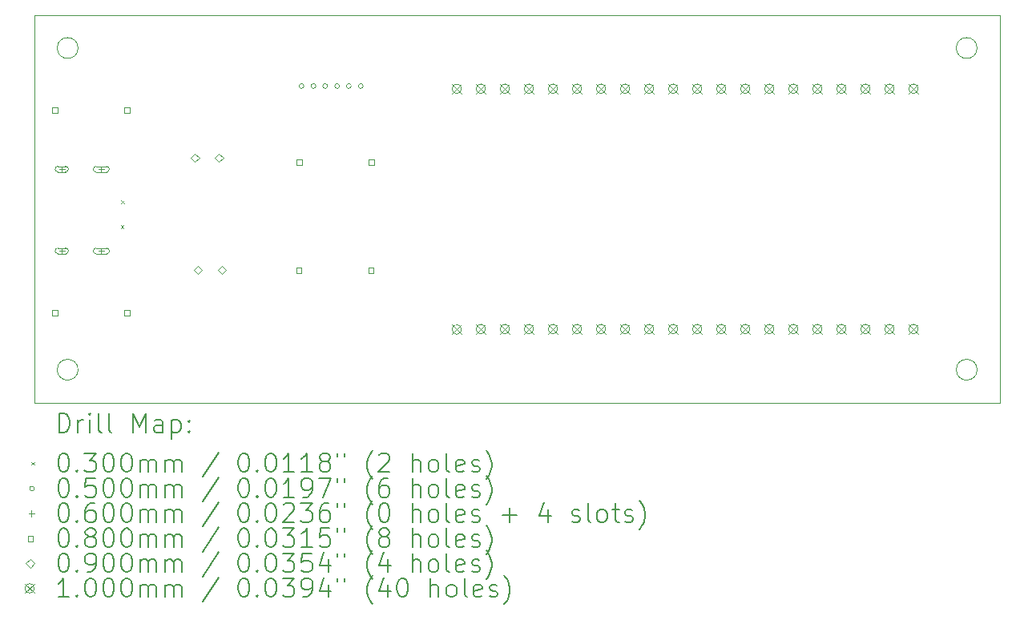
<source format=gbr>
%TF.GenerationSoftware,KiCad,Pcbnew,9.0.6-9.0.6~ubuntu24.04.1*%
%TF.CreationDate,2026-01-01T18:34:58+01:00*%
%TF.ProjectId,security-system,73656375-7269-4747-992d-73797374656d,0*%
%TF.SameCoordinates,Original*%
%TF.FileFunction,Drillmap*%
%TF.FilePolarity,Positive*%
%FSLAX45Y45*%
G04 Gerber Fmt 4.5, Leading zero omitted, Abs format (unit mm)*
G04 Created by KiCad (PCBNEW 9.0.6-9.0.6~ubuntu24.04.1) date 2026-01-01 18:34:58*
%MOMM*%
%LPD*%
G01*
G04 APERTURE LIST*
%ADD10C,0.038100*%
%ADD11C,0.200000*%
%ADD12C,0.100000*%
G04 APERTURE END LIST*
D10*
X22700000Y-10700000D02*
X22700000Y-6600000D01*
X12500000Y-10700000D02*
X22700000Y-10700000D01*
X12960000Y-10350000D02*
G75*
G02*
X12740000Y-10350000I-110000J0D01*
G01*
X12740000Y-10350000D02*
G75*
G02*
X12960000Y-10350000I110000J0D01*
G01*
X12500000Y-6600000D02*
X12500000Y-10700000D01*
X22700000Y-6600000D02*
X12500000Y-6600000D01*
X12960000Y-6950000D02*
G75*
G02*
X12740000Y-6950000I-110000J0D01*
G01*
X12740000Y-6950000D02*
G75*
G02*
X12960000Y-6950000I110000J0D01*
G01*
X22460000Y-10350000D02*
G75*
G02*
X22240000Y-10350000I-110000J0D01*
G01*
X22240000Y-10350000D02*
G75*
G02*
X22460000Y-10350000I110000J0D01*
G01*
X22460000Y-6950000D02*
G75*
G02*
X22240000Y-6950000I-110000J0D01*
G01*
X22240000Y-6950000D02*
G75*
G02*
X22460000Y-6950000I110000J0D01*
G01*
D11*
D12*
X13412000Y-8822000D02*
X13442000Y-8852000D01*
X13442000Y-8822000D02*
X13412000Y-8852000D01*
X13414000Y-8560000D02*
X13444000Y-8590000D01*
X13444000Y-8560000D02*
X13414000Y-8590000D01*
X15347000Y-7352000D02*
G75*
G02*
X15297000Y-7352000I-25000J0D01*
G01*
X15297000Y-7352000D02*
G75*
G02*
X15347000Y-7352000I25000J0D01*
G01*
X15472000Y-7352000D02*
G75*
G02*
X15422000Y-7352000I-25000J0D01*
G01*
X15422000Y-7352000D02*
G75*
G02*
X15472000Y-7352000I25000J0D01*
G01*
X15597000Y-7352000D02*
G75*
G02*
X15547000Y-7352000I-25000J0D01*
G01*
X15547000Y-7352000D02*
G75*
G02*
X15597000Y-7352000I25000J0D01*
G01*
X15722000Y-7352000D02*
G75*
G02*
X15672000Y-7352000I-25000J0D01*
G01*
X15672000Y-7352000D02*
G75*
G02*
X15722000Y-7352000I25000J0D01*
G01*
X15847000Y-7352000D02*
G75*
G02*
X15797000Y-7352000I-25000J0D01*
G01*
X15797000Y-7352000D02*
G75*
G02*
X15847000Y-7352000I25000J0D01*
G01*
X15972000Y-7352000D02*
G75*
G02*
X15922000Y-7352000I-25000J0D01*
G01*
X15922000Y-7352000D02*
G75*
G02*
X15972000Y-7352000I25000J0D01*
G01*
X12788000Y-8200000D02*
X12788000Y-8260000D01*
X12758000Y-8230000D02*
X12818000Y-8230000D01*
X12828000Y-8200000D02*
X12748000Y-8200000D01*
X12748000Y-8260000D02*
G75*
G02*
X12748000Y-8200000I0J30000D01*
G01*
X12748000Y-8260000D02*
X12828000Y-8260000D01*
X12828000Y-8260000D02*
G75*
G03*
X12828000Y-8200000I0J30000D01*
G01*
X12788000Y-9064000D02*
X12788000Y-9124000D01*
X12758000Y-9094000D02*
X12818000Y-9094000D01*
X12828000Y-9064000D02*
X12748000Y-9064000D01*
X12748000Y-9124000D02*
G75*
G02*
X12748000Y-9064000I0J30000D01*
G01*
X12748000Y-9124000D02*
X12828000Y-9124000D01*
X12828000Y-9124000D02*
G75*
G03*
X12828000Y-9064000I0J30000D01*
G01*
X13206000Y-8200000D02*
X13206000Y-8260000D01*
X13176000Y-8230000D02*
X13236000Y-8230000D01*
X13261000Y-8200000D02*
X13151000Y-8200000D01*
X13151000Y-8260000D02*
G75*
G02*
X13151000Y-8200000I0J30000D01*
G01*
X13151000Y-8260000D02*
X13261000Y-8260000D01*
X13261000Y-8260000D02*
G75*
G03*
X13261000Y-8200000I0J30000D01*
G01*
X13206000Y-9064000D02*
X13206000Y-9124000D01*
X13176000Y-9094000D02*
X13236000Y-9094000D01*
X13261000Y-9064000D02*
X13151000Y-9064000D01*
X13151000Y-9124000D02*
G75*
G02*
X13151000Y-9064000I0J30000D01*
G01*
X13151000Y-9124000D02*
X13261000Y-9124000D01*
X13261000Y-9124000D02*
G75*
G03*
X13261000Y-9064000I0J30000D01*
G01*
X12741284Y-7634284D02*
X12741284Y-7577715D01*
X12684715Y-7577715D01*
X12684715Y-7634284D01*
X12741284Y-7634284D01*
X12741284Y-9775285D02*
X12741284Y-9718716D01*
X12684715Y-9718716D01*
X12684715Y-9775285D01*
X12741284Y-9775285D01*
X13503284Y-7634284D02*
X13503284Y-7577715D01*
X13446715Y-7577715D01*
X13446715Y-7634284D01*
X13503284Y-7634284D01*
X13503284Y-9775285D02*
X13503284Y-9718716D01*
X13446715Y-9718716D01*
X13446715Y-9775285D01*
X13503284Y-9775285D01*
X15321284Y-9327285D02*
X15321284Y-9270716D01*
X15264715Y-9270716D01*
X15264715Y-9327285D01*
X15321284Y-9327285D01*
X15324284Y-8183284D02*
X15324284Y-8126715D01*
X15267715Y-8126715D01*
X15267715Y-8183284D01*
X15324284Y-8183284D01*
X16083284Y-9327285D02*
X16083284Y-9270716D01*
X16026715Y-9270716D01*
X16026715Y-9327285D01*
X16083284Y-9327285D01*
X16086284Y-8183284D02*
X16086284Y-8126715D01*
X16029715Y-8126715D01*
X16029715Y-8183284D01*
X16086284Y-8183284D01*
X14195500Y-8154000D02*
X14240500Y-8109000D01*
X14195500Y-8064000D01*
X14150500Y-8109000D01*
X14195500Y-8154000D01*
X14227500Y-9340000D02*
X14272500Y-9295000D01*
X14227500Y-9250000D01*
X14182500Y-9295000D01*
X14227500Y-9340000D01*
X14449500Y-8154000D02*
X14494500Y-8109000D01*
X14449500Y-8064000D01*
X14404500Y-8109000D01*
X14449500Y-8154000D01*
X14481500Y-9340000D02*
X14526500Y-9295000D01*
X14481500Y-9250000D01*
X14436500Y-9295000D01*
X14481500Y-9340000D01*
X16912200Y-7331000D02*
X17012200Y-7431000D01*
X17012200Y-7331000D02*
X16912200Y-7431000D01*
X17012200Y-7381000D02*
G75*
G02*
X16912200Y-7381000I-50000J0D01*
G01*
X16912200Y-7381000D02*
G75*
G02*
X17012200Y-7381000I50000J0D01*
G01*
X16912200Y-9875000D02*
X17012200Y-9975000D01*
X17012200Y-9875000D02*
X16912200Y-9975000D01*
X17012200Y-9925000D02*
G75*
G02*
X16912200Y-9925000I-50000J0D01*
G01*
X16912200Y-9925000D02*
G75*
G02*
X17012200Y-9925000I50000J0D01*
G01*
X17166200Y-7330000D02*
X17266200Y-7430000D01*
X17266200Y-7330000D02*
X17166200Y-7430000D01*
X17266200Y-7380000D02*
G75*
G02*
X17166200Y-7380000I-50000J0D01*
G01*
X17166200Y-7380000D02*
G75*
G02*
X17266200Y-7380000I50000J0D01*
G01*
X17166200Y-9870000D02*
X17266200Y-9970000D01*
X17266200Y-9870000D02*
X17166200Y-9970000D01*
X17266200Y-9920000D02*
G75*
G02*
X17166200Y-9920000I-50000J0D01*
G01*
X17166200Y-9920000D02*
G75*
G02*
X17266200Y-9920000I50000J0D01*
G01*
X17420200Y-7330000D02*
X17520200Y-7430000D01*
X17520200Y-7330000D02*
X17420200Y-7430000D01*
X17520200Y-7380000D02*
G75*
G02*
X17420200Y-7380000I-50000J0D01*
G01*
X17420200Y-7380000D02*
G75*
G02*
X17520200Y-7380000I50000J0D01*
G01*
X17420200Y-9870000D02*
X17520200Y-9970000D01*
X17520200Y-9870000D02*
X17420200Y-9970000D01*
X17520200Y-9920000D02*
G75*
G02*
X17420200Y-9920000I-50000J0D01*
G01*
X17420200Y-9920000D02*
G75*
G02*
X17520200Y-9920000I50000J0D01*
G01*
X17674200Y-7330000D02*
X17774200Y-7430000D01*
X17774200Y-7330000D02*
X17674200Y-7430000D01*
X17774200Y-7380000D02*
G75*
G02*
X17674200Y-7380000I-50000J0D01*
G01*
X17674200Y-7380000D02*
G75*
G02*
X17774200Y-7380000I50000J0D01*
G01*
X17674200Y-9870000D02*
X17774200Y-9970000D01*
X17774200Y-9870000D02*
X17674200Y-9970000D01*
X17774200Y-9920000D02*
G75*
G02*
X17674200Y-9920000I-50000J0D01*
G01*
X17674200Y-9920000D02*
G75*
G02*
X17774200Y-9920000I50000J0D01*
G01*
X17928200Y-7330000D02*
X18028200Y-7430000D01*
X18028200Y-7330000D02*
X17928200Y-7430000D01*
X18028200Y-7380000D02*
G75*
G02*
X17928200Y-7380000I-50000J0D01*
G01*
X17928200Y-7380000D02*
G75*
G02*
X18028200Y-7380000I50000J0D01*
G01*
X17928200Y-9870000D02*
X18028200Y-9970000D01*
X18028200Y-9870000D02*
X17928200Y-9970000D01*
X18028200Y-9920000D02*
G75*
G02*
X17928200Y-9920000I-50000J0D01*
G01*
X17928200Y-9920000D02*
G75*
G02*
X18028200Y-9920000I50000J0D01*
G01*
X18182200Y-7330000D02*
X18282200Y-7430000D01*
X18282200Y-7330000D02*
X18182200Y-7430000D01*
X18282200Y-7380000D02*
G75*
G02*
X18182200Y-7380000I-50000J0D01*
G01*
X18182200Y-7380000D02*
G75*
G02*
X18282200Y-7380000I50000J0D01*
G01*
X18182200Y-9870000D02*
X18282200Y-9970000D01*
X18282200Y-9870000D02*
X18182200Y-9970000D01*
X18282200Y-9920000D02*
G75*
G02*
X18182200Y-9920000I-50000J0D01*
G01*
X18182200Y-9920000D02*
G75*
G02*
X18282200Y-9920000I50000J0D01*
G01*
X18436200Y-7330000D02*
X18536200Y-7430000D01*
X18536200Y-7330000D02*
X18436200Y-7430000D01*
X18536200Y-7380000D02*
G75*
G02*
X18436200Y-7380000I-50000J0D01*
G01*
X18436200Y-7380000D02*
G75*
G02*
X18536200Y-7380000I50000J0D01*
G01*
X18436200Y-9870000D02*
X18536200Y-9970000D01*
X18536200Y-9870000D02*
X18436200Y-9970000D01*
X18536200Y-9920000D02*
G75*
G02*
X18436200Y-9920000I-50000J0D01*
G01*
X18436200Y-9920000D02*
G75*
G02*
X18536200Y-9920000I50000J0D01*
G01*
X18690200Y-7330000D02*
X18790200Y-7430000D01*
X18790200Y-7330000D02*
X18690200Y-7430000D01*
X18790200Y-7380000D02*
G75*
G02*
X18690200Y-7380000I-50000J0D01*
G01*
X18690200Y-7380000D02*
G75*
G02*
X18790200Y-7380000I50000J0D01*
G01*
X18690200Y-9870000D02*
X18790200Y-9970000D01*
X18790200Y-9870000D02*
X18690200Y-9970000D01*
X18790200Y-9920000D02*
G75*
G02*
X18690200Y-9920000I-50000J0D01*
G01*
X18690200Y-9920000D02*
G75*
G02*
X18790200Y-9920000I50000J0D01*
G01*
X18944200Y-7330000D02*
X19044200Y-7430000D01*
X19044200Y-7330000D02*
X18944200Y-7430000D01*
X19044200Y-7380000D02*
G75*
G02*
X18944200Y-7380000I-50000J0D01*
G01*
X18944200Y-7380000D02*
G75*
G02*
X19044200Y-7380000I50000J0D01*
G01*
X18944200Y-9870000D02*
X19044200Y-9970000D01*
X19044200Y-9870000D02*
X18944200Y-9970000D01*
X19044200Y-9920000D02*
G75*
G02*
X18944200Y-9920000I-50000J0D01*
G01*
X18944200Y-9920000D02*
G75*
G02*
X19044200Y-9920000I50000J0D01*
G01*
X19198200Y-7330000D02*
X19298200Y-7430000D01*
X19298200Y-7330000D02*
X19198200Y-7430000D01*
X19298200Y-7380000D02*
G75*
G02*
X19198200Y-7380000I-50000J0D01*
G01*
X19198200Y-7380000D02*
G75*
G02*
X19298200Y-7380000I50000J0D01*
G01*
X19198200Y-9870000D02*
X19298200Y-9970000D01*
X19298200Y-9870000D02*
X19198200Y-9970000D01*
X19298200Y-9920000D02*
G75*
G02*
X19198200Y-9920000I-50000J0D01*
G01*
X19198200Y-9920000D02*
G75*
G02*
X19298200Y-9920000I50000J0D01*
G01*
X19452200Y-7330000D02*
X19552200Y-7430000D01*
X19552200Y-7330000D02*
X19452200Y-7430000D01*
X19552200Y-7380000D02*
G75*
G02*
X19452200Y-7380000I-50000J0D01*
G01*
X19452200Y-7380000D02*
G75*
G02*
X19552200Y-7380000I50000J0D01*
G01*
X19452200Y-9870000D02*
X19552200Y-9970000D01*
X19552200Y-9870000D02*
X19452200Y-9970000D01*
X19552200Y-9920000D02*
G75*
G02*
X19452200Y-9920000I-50000J0D01*
G01*
X19452200Y-9920000D02*
G75*
G02*
X19552200Y-9920000I50000J0D01*
G01*
X19706200Y-7330000D02*
X19806200Y-7430000D01*
X19806200Y-7330000D02*
X19706200Y-7430000D01*
X19806200Y-7380000D02*
G75*
G02*
X19706200Y-7380000I-50000J0D01*
G01*
X19706200Y-7380000D02*
G75*
G02*
X19806200Y-7380000I50000J0D01*
G01*
X19706200Y-9870000D02*
X19806200Y-9970000D01*
X19806200Y-9870000D02*
X19706200Y-9970000D01*
X19806200Y-9920000D02*
G75*
G02*
X19706200Y-9920000I-50000J0D01*
G01*
X19706200Y-9920000D02*
G75*
G02*
X19806200Y-9920000I50000J0D01*
G01*
X19960200Y-7330000D02*
X20060200Y-7430000D01*
X20060200Y-7330000D02*
X19960200Y-7430000D01*
X20060200Y-7380000D02*
G75*
G02*
X19960200Y-7380000I-50000J0D01*
G01*
X19960200Y-7380000D02*
G75*
G02*
X20060200Y-7380000I50000J0D01*
G01*
X19960200Y-9870000D02*
X20060200Y-9970000D01*
X20060200Y-9870000D02*
X19960200Y-9970000D01*
X20060200Y-9920000D02*
G75*
G02*
X19960200Y-9920000I-50000J0D01*
G01*
X19960200Y-9920000D02*
G75*
G02*
X20060200Y-9920000I50000J0D01*
G01*
X20214200Y-7330000D02*
X20314200Y-7430000D01*
X20314200Y-7330000D02*
X20214200Y-7430000D01*
X20314200Y-7380000D02*
G75*
G02*
X20214200Y-7380000I-50000J0D01*
G01*
X20214200Y-7380000D02*
G75*
G02*
X20314200Y-7380000I50000J0D01*
G01*
X20214200Y-9870000D02*
X20314200Y-9970000D01*
X20314200Y-9870000D02*
X20214200Y-9970000D01*
X20314200Y-9920000D02*
G75*
G02*
X20214200Y-9920000I-50000J0D01*
G01*
X20214200Y-9920000D02*
G75*
G02*
X20314200Y-9920000I50000J0D01*
G01*
X20468200Y-7330000D02*
X20568200Y-7430000D01*
X20568200Y-7330000D02*
X20468200Y-7430000D01*
X20568200Y-7380000D02*
G75*
G02*
X20468200Y-7380000I-50000J0D01*
G01*
X20468200Y-7380000D02*
G75*
G02*
X20568200Y-7380000I50000J0D01*
G01*
X20468200Y-9870000D02*
X20568200Y-9970000D01*
X20568200Y-9870000D02*
X20468200Y-9970000D01*
X20568200Y-9920000D02*
G75*
G02*
X20468200Y-9920000I-50000J0D01*
G01*
X20468200Y-9920000D02*
G75*
G02*
X20568200Y-9920000I50000J0D01*
G01*
X20722200Y-7330000D02*
X20822200Y-7430000D01*
X20822200Y-7330000D02*
X20722200Y-7430000D01*
X20822200Y-7380000D02*
G75*
G02*
X20722200Y-7380000I-50000J0D01*
G01*
X20722200Y-7380000D02*
G75*
G02*
X20822200Y-7380000I50000J0D01*
G01*
X20722200Y-9870000D02*
X20822200Y-9970000D01*
X20822200Y-9870000D02*
X20722200Y-9970000D01*
X20822200Y-9920000D02*
G75*
G02*
X20722200Y-9920000I-50000J0D01*
G01*
X20722200Y-9920000D02*
G75*
G02*
X20822200Y-9920000I50000J0D01*
G01*
X20976200Y-7330000D02*
X21076200Y-7430000D01*
X21076200Y-7330000D02*
X20976200Y-7430000D01*
X21076200Y-7380000D02*
G75*
G02*
X20976200Y-7380000I-50000J0D01*
G01*
X20976200Y-7380000D02*
G75*
G02*
X21076200Y-7380000I50000J0D01*
G01*
X20976200Y-9870000D02*
X21076200Y-9970000D01*
X21076200Y-9870000D02*
X20976200Y-9970000D01*
X21076200Y-9920000D02*
G75*
G02*
X20976200Y-9920000I-50000J0D01*
G01*
X20976200Y-9920000D02*
G75*
G02*
X21076200Y-9920000I50000J0D01*
G01*
X21230200Y-7330000D02*
X21330200Y-7430000D01*
X21330200Y-7330000D02*
X21230200Y-7430000D01*
X21330200Y-7380000D02*
G75*
G02*
X21230200Y-7380000I-50000J0D01*
G01*
X21230200Y-7380000D02*
G75*
G02*
X21330200Y-7380000I50000J0D01*
G01*
X21230200Y-9870000D02*
X21330200Y-9970000D01*
X21330200Y-9870000D02*
X21230200Y-9970000D01*
X21330200Y-9920000D02*
G75*
G02*
X21230200Y-9920000I-50000J0D01*
G01*
X21230200Y-9920000D02*
G75*
G02*
X21330200Y-9920000I50000J0D01*
G01*
X21484200Y-7330000D02*
X21584200Y-7430000D01*
X21584200Y-7330000D02*
X21484200Y-7430000D01*
X21584200Y-7380000D02*
G75*
G02*
X21484200Y-7380000I-50000J0D01*
G01*
X21484200Y-7380000D02*
G75*
G02*
X21584200Y-7380000I50000J0D01*
G01*
X21484200Y-9870000D02*
X21584200Y-9970000D01*
X21584200Y-9870000D02*
X21484200Y-9970000D01*
X21584200Y-9920000D02*
G75*
G02*
X21484200Y-9920000I-50000J0D01*
G01*
X21484200Y-9920000D02*
G75*
G02*
X21584200Y-9920000I50000J0D01*
G01*
X21738200Y-7330000D02*
X21838200Y-7430000D01*
X21838200Y-7330000D02*
X21738200Y-7430000D01*
X21838200Y-7380000D02*
G75*
G02*
X21738200Y-7380000I-50000J0D01*
G01*
X21738200Y-7380000D02*
G75*
G02*
X21838200Y-7380000I50000J0D01*
G01*
X21738200Y-9870000D02*
X21838200Y-9970000D01*
X21838200Y-9870000D02*
X21738200Y-9970000D01*
X21838200Y-9920000D02*
G75*
G02*
X21738200Y-9920000I-50000J0D01*
G01*
X21738200Y-9920000D02*
G75*
G02*
X21838200Y-9920000I50000J0D01*
G01*
D11*
X12758872Y-11013389D02*
X12758872Y-10813389D01*
X12758872Y-10813389D02*
X12806491Y-10813389D01*
X12806491Y-10813389D02*
X12835062Y-10822913D01*
X12835062Y-10822913D02*
X12854110Y-10841960D01*
X12854110Y-10841960D02*
X12863634Y-10861008D01*
X12863634Y-10861008D02*
X12873157Y-10899103D01*
X12873157Y-10899103D02*
X12873157Y-10927675D01*
X12873157Y-10927675D02*
X12863634Y-10965770D01*
X12863634Y-10965770D02*
X12854110Y-10984817D01*
X12854110Y-10984817D02*
X12835062Y-11003865D01*
X12835062Y-11003865D02*
X12806491Y-11013389D01*
X12806491Y-11013389D02*
X12758872Y-11013389D01*
X12958872Y-11013389D02*
X12958872Y-10880055D01*
X12958872Y-10918151D02*
X12968396Y-10899103D01*
X12968396Y-10899103D02*
X12977919Y-10889579D01*
X12977919Y-10889579D02*
X12996967Y-10880055D01*
X12996967Y-10880055D02*
X13016015Y-10880055D01*
X13082681Y-11013389D02*
X13082681Y-10880055D01*
X13082681Y-10813389D02*
X13073157Y-10822913D01*
X13073157Y-10822913D02*
X13082681Y-10832436D01*
X13082681Y-10832436D02*
X13092205Y-10822913D01*
X13092205Y-10822913D02*
X13082681Y-10813389D01*
X13082681Y-10813389D02*
X13082681Y-10832436D01*
X13206491Y-11013389D02*
X13187443Y-11003865D01*
X13187443Y-11003865D02*
X13177919Y-10984817D01*
X13177919Y-10984817D02*
X13177919Y-10813389D01*
X13311253Y-11013389D02*
X13292205Y-11003865D01*
X13292205Y-11003865D02*
X13282681Y-10984817D01*
X13282681Y-10984817D02*
X13282681Y-10813389D01*
X13539824Y-11013389D02*
X13539824Y-10813389D01*
X13539824Y-10813389D02*
X13606491Y-10956246D01*
X13606491Y-10956246D02*
X13673157Y-10813389D01*
X13673157Y-10813389D02*
X13673157Y-11013389D01*
X13854110Y-11013389D02*
X13854110Y-10908627D01*
X13854110Y-10908627D02*
X13844586Y-10889579D01*
X13844586Y-10889579D02*
X13825538Y-10880055D01*
X13825538Y-10880055D02*
X13787443Y-10880055D01*
X13787443Y-10880055D02*
X13768396Y-10889579D01*
X13854110Y-11003865D02*
X13835062Y-11013389D01*
X13835062Y-11013389D02*
X13787443Y-11013389D01*
X13787443Y-11013389D02*
X13768396Y-11003865D01*
X13768396Y-11003865D02*
X13758872Y-10984817D01*
X13758872Y-10984817D02*
X13758872Y-10965770D01*
X13758872Y-10965770D02*
X13768396Y-10946722D01*
X13768396Y-10946722D02*
X13787443Y-10937198D01*
X13787443Y-10937198D02*
X13835062Y-10937198D01*
X13835062Y-10937198D02*
X13854110Y-10927675D01*
X13949348Y-10880055D02*
X13949348Y-11080055D01*
X13949348Y-10889579D02*
X13968396Y-10880055D01*
X13968396Y-10880055D02*
X14006491Y-10880055D01*
X14006491Y-10880055D02*
X14025538Y-10889579D01*
X14025538Y-10889579D02*
X14035062Y-10899103D01*
X14035062Y-10899103D02*
X14044586Y-10918151D01*
X14044586Y-10918151D02*
X14044586Y-10975294D01*
X14044586Y-10975294D02*
X14035062Y-10994341D01*
X14035062Y-10994341D02*
X14025538Y-11003865D01*
X14025538Y-11003865D02*
X14006491Y-11013389D01*
X14006491Y-11013389D02*
X13968396Y-11013389D01*
X13968396Y-11013389D02*
X13949348Y-11003865D01*
X14130300Y-10994341D02*
X14139824Y-11003865D01*
X14139824Y-11003865D02*
X14130300Y-11013389D01*
X14130300Y-11013389D02*
X14120777Y-11003865D01*
X14120777Y-11003865D02*
X14130300Y-10994341D01*
X14130300Y-10994341D02*
X14130300Y-11013389D01*
X14130300Y-10889579D02*
X14139824Y-10899103D01*
X14139824Y-10899103D02*
X14130300Y-10908627D01*
X14130300Y-10908627D02*
X14120777Y-10899103D01*
X14120777Y-10899103D02*
X14130300Y-10889579D01*
X14130300Y-10889579D02*
X14130300Y-10908627D01*
D12*
X12468095Y-11326905D02*
X12498095Y-11356905D01*
X12498095Y-11326905D02*
X12468095Y-11356905D01*
D11*
X12796967Y-11233389D02*
X12816015Y-11233389D01*
X12816015Y-11233389D02*
X12835062Y-11242913D01*
X12835062Y-11242913D02*
X12844586Y-11252436D01*
X12844586Y-11252436D02*
X12854110Y-11271484D01*
X12854110Y-11271484D02*
X12863634Y-11309579D01*
X12863634Y-11309579D02*
X12863634Y-11357198D01*
X12863634Y-11357198D02*
X12854110Y-11395293D01*
X12854110Y-11395293D02*
X12844586Y-11414341D01*
X12844586Y-11414341D02*
X12835062Y-11423865D01*
X12835062Y-11423865D02*
X12816015Y-11433389D01*
X12816015Y-11433389D02*
X12796967Y-11433389D01*
X12796967Y-11433389D02*
X12777919Y-11423865D01*
X12777919Y-11423865D02*
X12768396Y-11414341D01*
X12768396Y-11414341D02*
X12758872Y-11395293D01*
X12758872Y-11395293D02*
X12749348Y-11357198D01*
X12749348Y-11357198D02*
X12749348Y-11309579D01*
X12749348Y-11309579D02*
X12758872Y-11271484D01*
X12758872Y-11271484D02*
X12768396Y-11252436D01*
X12768396Y-11252436D02*
X12777919Y-11242913D01*
X12777919Y-11242913D02*
X12796967Y-11233389D01*
X12949348Y-11414341D02*
X12958872Y-11423865D01*
X12958872Y-11423865D02*
X12949348Y-11433389D01*
X12949348Y-11433389D02*
X12939824Y-11423865D01*
X12939824Y-11423865D02*
X12949348Y-11414341D01*
X12949348Y-11414341D02*
X12949348Y-11433389D01*
X13025538Y-11233389D02*
X13149348Y-11233389D01*
X13149348Y-11233389D02*
X13082681Y-11309579D01*
X13082681Y-11309579D02*
X13111253Y-11309579D01*
X13111253Y-11309579D02*
X13130300Y-11319103D01*
X13130300Y-11319103D02*
X13139824Y-11328627D01*
X13139824Y-11328627D02*
X13149348Y-11347674D01*
X13149348Y-11347674D02*
X13149348Y-11395293D01*
X13149348Y-11395293D02*
X13139824Y-11414341D01*
X13139824Y-11414341D02*
X13130300Y-11423865D01*
X13130300Y-11423865D02*
X13111253Y-11433389D01*
X13111253Y-11433389D02*
X13054110Y-11433389D01*
X13054110Y-11433389D02*
X13035062Y-11423865D01*
X13035062Y-11423865D02*
X13025538Y-11414341D01*
X13273157Y-11233389D02*
X13292205Y-11233389D01*
X13292205Y-11233389D02*
X13311253Y-11242913D01*
X13311253Y-11242913D02*
X13320777Y-11252436D01*
X13320777Y-11252436D02*
X13330300Y-11271484D01*
X13330300Y-11271484D02*
X13339824Y-11309579D01*
X13339824Y-11309579D02*
X13339824Y-11357198D01*
X13339824Y-11357198D02*
X13330300Y-11395293D01*
X13330300Y-11395293D02*
X13320777Y-11414341D01*
X13320777Y-11414341D02*
X13311253Y-11423865D01*
X13311253Y-11423865D02*
X13292205Y-11433389D01*
X13292205Y-11433389D02*
X13273157Y-11433389D01*
X13273157Y-11433389D02*
X13254110Y-11423865D01*
X13254110Y-11423865D02*
X13244586Y-11414341D01*
X13244586Y-11414341D02*
X13235062Y-11395293D01*
X13235062Y-11395293D02*
X13225538Y-11357198D01*
X13225538Y-11357198D02*
X13225538Y-11309579D01*
X13225538Y-11309579D02*
X13235062Y-11271484D01*
X13235062Y-11271484D02*
X13244586Y-11252436D01*
X13244586Y-11252436D02*
X13254110Y-11242913D01*
X13254110Y-11242913D02*
X13273157Y-11233389D01*
X13463634Y-11233389D02*
X13482681Y-11233389D01*
X13482681Y-11233389D02*
X13501729Y-11242913D01*
X13501729Y-11242913D02*
X13511253Y-11252436D01*
X13511253Y-11252436D02*
X13520777Y-11271484D01*
X13520777Y-11271484D02*
X13530300Y-11309579D01*
X13530300Y-11309579D02*
X13530300Y-11357198D01*
X13530300Y-11357198D02*
X13520777Y-11395293D01*
X13520777Y-11395293D02*
X13511253Y-11414341D01*
X13511253Y-11414341D02*
X13501729Y-11423865D01*
X13501729Y-11423865D02*
X13482681Y-11433389D01*
X13482681Y-11433389D02*
X13463634Y-11433389D01*
X13463634Y-11433389D02*
X13444586Y-11423865D01*
X13444586Y-11423865D02*
X13435062Y-11414341D01*
X13435062Y-11414341D02*
X13425538Y-11395293D01*
X13425538Y-11395293D02*
X13416015Y-11357198D01*
X13416015Y-11357198D02*
X13416015Y-11309579D01*
X13416015Y-11309579D02*
X13425538Y-11271484D01*
X13425538Y-11271484D02*
X13435062Y-11252436D01*
X13435062Y-11252436D02*
X13444586Y-11242913D01*
X13444586Y-11242913D02*
X13463634Y-11233389D01*
X13616015Y-11433389D02*
X13616015Y-11300055D01*
X13616015Y-11319103D02*
X13625538Y-11309579D01*
X13625538Y-11309579D02*
X13644586Y-11300055D01*
X13644586Y-11300055D02*
X13673158Y-11300055D01*
X13673158Y-11300055D02*
X13692205Y-11309579D01*
X13692205Y-11309579D02*
X13701729Y-11328627D01*
X13701729Y-11328627D02*
X13701729Y-11433389D01*
X13701729Y-11328627D02*
X13711253Y-11309579D01*
X13711253Y-11309579D02*
X13730300Y-11300055D01*
X13730300Y-11300055D02*
X13758872Y-11300055D01*
X13758872Y-11300055D02*
X13777919Y-11309579D01*
X13777919Y-11309579D02*
X13787443Y-11328627D01*
X13787443Y-11328627D02*
X13787443Y-11433389D01*
X13882681Y-11433389D02*
X13882681Y-11300055D01*
X13882681Y-11319103D02*
X13892205Y-11309579D01*
X13892205Y-11309579D02*
X13911253Y-11300055D01*
X13911253Y-11300055D02*
X13939824Y-11300055D01*
X13939824Y-11300055D02*
X13958872Y-11309579D01*
X13958872Y-11309579D02*
X13968396Y-11328627D01*
X13968396Y-11328627D02*
X13968396Y-11433389D01*
X13968396Y-11328627D02*
X13977919Y-11309579D01*
X13977919Y-11309579D02*
X13996967Y-11300055D01*
X13996967Y-11300055D02*
X14025538Y-11300055D01*
X14025538Y-11300055D02*
X14044586Y-11309579D01*
X14044586Y-11309579D02*
X14054110Y-11328627D01*
X14054110Y-11328627D02*
X14054110Y-11433389D01*
X14444586Y-11223865D02*
X14273158Y-11481008D01*
X14701729Y-11233389D02*
X14720777Y-11233389D01*
X14720777Y-11233389D02*
X14739824Y-11242913D01*
X14739824Y-11242913D02*
X14749348Y-11252436D01*
X14749348Y-11252436D02*
X14758872Y-11271484D01*
X14758872Y-11271484D02*
X14768396Y-11309579D01*
X14768396Y-11309579D02*
X14768396Y-11357198D01*
X14768396Y-11357198D02*
X14758872Y-11395293D01*
X14758872Y-11395293D02*
X14749348Y-11414341D01*
X14749348Y-11414341D02*
X14739824Y-11423865D01*
X14739824Y-11423865D02*
X14720777Y-11433389D01*
X14720777Y-11433389D02*
X14701729Y-11433389D01*
X14701729Y-11433389D02*
X14682681Y-11423865D01*
X14682681Y-11423865D02*
X14673158Y-11414341D01*
X14673158Y-11414341D02*
X14663634Y-11395293D01*
X14663634Y-11395293D02*
X14654110Y-11357198D01*
X14654110Y-11357198D02*
X14654110Y-11309579D01*
X14654110Y-11309579D02*
X14663634Y-11271484D01*
X14663634Y-11271484D02*
X14673158Y-11252436D01*
X14673158Y-11252436D02*
X14682681Y-11242913D01*
X14682681Y-11242913D02*
X14701729Y-11233389D01*
X14854110Y-11414341D02*
X14863634Y-11423865D01*
X14863634Y-11423865D02*
X14854110Y-11433389D01*
X14854110Y-11433389D02*
X14844586Y-11423865D01*
X14844586Y-11423865D02*
X14854110Y-11414341D01*
X14854110Y-11414341D02*
X14854110Y-11433389D01*
X14987443Y-11233389D02*
X15006491Y-11233389D01*
X15006491Y-11233389D02*
X15025539Y-11242913D01*
X15025539Y-11242913D02*
X15035062Y-11252436D01*
X15035062Y-11252436D02*
X15044586Y-11271484D01*
X15044586Y-11271484D02*
X15054110Y-11309579D01*
X15054110Y-11309579D02*
X15054110Y-11357198D01*
X15054110Y-11357198D02*
X15044586Y-11395293D01*
X15044586Y-11395293D02*
X15035062Y-11414341D01*
X15035062Y-11414341D02*
X15025539Y-11423865D01*
X15025539Y-11423865D02*
X15006491Y-11433389D01*
X15006491Y-11433389D02*
X14987443Y-11433389D01*
X14987443Y-11433389D02*
X14968396Y-11423865D01*
X14968396Y-11423865D02*
X14958872Y-11414341D01*
X14958872Y-11414341D02*
X14949348Y-11395293D01*
X14949348Y-11395293D02*
X14939824Y-11357198D01*
X14939824Y-11357198D02*
X14939824Y-11309579D01*
X14939824Y-11309579D02*
X14949348Y-11271484D01*
X14949348Y-11271484D02*
X14958872Y-11252436D01*
X14958872Y-11252436D02*
X14968396Y-11242913D01*
X14968396Y-11242913D02*
X14987443Y-11233389D01*
X15244586Y-11433389D02*
X15130301Y-11433389D01*
X15187443Y-11433389D02*
X15187443Y-11233389D01*
X15187443Y-11233389D02*
X15168396Y-11261960D01*
X15168396Y-11261960D02*
X15149348Y-11281008D01*
X15149348Y-11281008D02*
X15130301Y-11290532D01*
X15435062Y-11433389D02*
X15320777Y-11433389D01*
X15377920Y-11433389D02*
X15377920Y-11233389D01*
X15377920Y-11233389D02*
X15358872Y-11261960D01*
X15358872Y-11261960D02*
X15339824Y-11281008D01*
X15339824Y-11281008D02*
X15320777Y-11290532D01*
X15549348Y-11319103D02*
X15530301Y-11309579D01*
X15530301Y-11309579D02*
X15520777Y-11300055D01*
X15520777Y-11300055D02*
X15511253Y-11281008D01*
X15511253Y-11281008D02*
X15511253Y-11271484D01*
X15511253Y-11271484D02*
X15520777Y-11252436D01*
X15520777Y-11252436D02*
X15530301Y-11242913D01*
X15530301Y-11242913D02*
X15549348Y-11233389D01*
X15549348Y-11233389D02*
X15587443Y-11233389D01*
X15587443Y-11233389D02*
X15606491Y-11242913D01*
X15606491Y-11242913D02*
X15616015Y-11252436D01*
X15616015Y-11252436D02*
X15625539Y-11271484D01*
X15625539Y-11271484D02*
X15625539Y-11281008D01*
X15625539Y-11281008D02*
X15616015Y-11300055D01*
X15616015Y-11300055D02*
X15606491Y-11309579D01*
X15606491Y-11309579D02*
X15587443Y-11319103D01*
X15587443Y-11319103D02*
X15549348Y-11319103D01*
X15549348Y-11319103D02*
X15530301Y-11328627D01*
X15530301Y-11328627D02*
X15520777Y-11338151D01*
X15520777Y-11338151D02*
X15511253Y-11357198D01*
X15511253Y-11357198D02*
X15511253Y-11395293D01*
X15511253Y-11395293D02*
X15520777Y-11414341D01*
X15520777Y-11414341D02*
X15530301Y-11423865D01*
X15530301Y-11423865D02*
X15549348Y-11433389D01*
X15549348Y-11433389D02*
X15587443Y-11433389D01*
X15587443Y-11433389D02*
X15606491Y-11423865D01*
X15606491Y-11423865D02*
X15616015Y-11414341D01*
X15616015Y-11414341D02*
X15625539Y-11395293D01*
X15625539Y-11395293D02*
X15625539Y-11357198D01*
X15625539Y-11357198D02*
X15616015Y-11338151D01*
X15616015Y-11338151D02*
X15606491Y-11328627D01*
X15606491Y-11328627D02*
X15587443Y-11319103D01*
X15701729Y-11233389D02*
X15701729Y-11271484D01*
X15777920Y-11233389D02*
X15777920Y-11271484D01*
X16073158Y-11509579D02*
X16063634Y-11500055D01*
X16063634Y-11500055D02*
X16044586Y-11471484D01*
X16044586Y-11471484D02*
X16035063Y-11452436D01*
X16035063Y-11452436D02*
X16025539Y-11423865D01*
X16025539Y-11423865D02*
X16016015Y-11376246D01*
X16016015Y-11376246D02*
X16016015Y-11338151D01*
X16016015Y-11338151D02*
X16025539Y-11290532D01*
X16025539Y-11290532D02*
X16035063Y-11261960D01*
X16035063Y-11261960D02*
X16044586Y-11242913D01*
X16044586Y-11242913D02*
X16063634Y-11214341D01*
X16063634Y-11214341D02*
X16073158Y-11204817D01*
X16139824Y-11252436D02*
X16149348Y-11242913D01*
X16149348Y-11242913D02*
X16168396Y-11233389D01*
X16168396Y-11233389D02*
X16216015Y-11233389D01*
X16216015Y-11233389D02*
X16235063Y-11242913D01*
X16235063Y-11242913D02*
X16244586Y-11252436D01*
X16244586Y-11252436D02*
X16254110Y-11271484D01*
X16254110Y-11271484D02*
X16254110Y-11290532D01*
X16254110Y-11290532D02*
X16244586Y-11319103D01*
X16244586Y-11319103D02*
X16130301Y-11433389D01*
X16130301Y-11433389D02*
X16254110Y-11433389D01*
X16492205Y-11433389D02*
X16492205Y-11233389D01*
X16577920Y-11433389D02*
X16577920Y-11328627D01*
X16577920Y-11328627D02*
X16568396Y-11309579D01*
X16568396Y-11309579D02*
X16549348Y-11300055D01*
X16549348Y-11300055D02*
X16520777Y-11300055D01*
X16520777Y-11300055D02*
X16501729Y-11309579D01*
X16501729Y-11309579D02*
X16492205Y-11319103D01*
X16701729Y-11433389D02*
X16682682Y-11423865D01*
X16682682Y-11423865D02*
X16673158Y-11414341D01*
X16673158Y-11414341D02*
X16663634Y-11395293D01*
X16663634Y-11395293D02*
X16663634Y-11338151D01*
X16663634Y-11338151D02*
X16673158Y-11319103D01*
X16673158Y-11319103D02*
X16682682Y-11309579D01*
X16682682Y-11309579D02*
X16701729Y-11300055D01*
X16701729Y-11300055D02*
X16730301Y-11300055D01*
X16730301Y-11300055D02*
X16749348Y-11309579D01*
X16749348Y-11309579D02*
X16758872Y-11319103D01*
X16758872Y-11319103D02*
X16768396Y-11338151D01*
X16768396Y-11338151D02*
X16768396Y-11395293D01*
X16768396Y-11395293D02*
X16758872Y-11414341D01*
X16758872Y-11414341D02*
X16749348Y-11423865D01*
X16749348Y-11423865D02*
X16730301Y-11433389D01*
X16730301Y-11433389D02*
X16701729Y-11433389D01*
X16882682Y-11433389D02*
X16863634Y-11423865D01*
X16863634Y-11423865D02*
X16854110Y-11404817D01*
X16854110Y-11404817D02*
X16854110Y-11233389D01*
X17035063Y-11423865D02*
X17016015Y-11433389D01*
X17016015Y-11433389D02*
X16977920Y-11433389D01*
X16977920Y-11433389D02*
X16958872Y-11423865D01*
X16958872Y-11423865D02*
X16949348Y-11404817D01*
X16949348Y-11404817D02*
X16949348Y-11328627D01*
X16949348Y-11328627D02*
X16958872Y-11309579D01*
X16958872Y-11309579D02*
X16977920Y-11300055D01*
X16977920Y-11300055D02*
X17016015Y-11300055D01*
X17016015Y-11300055D02*
X17035063Y-11309579D01*
X17035063Y-11309579D02*
X17044587Y-11328627D01*
X17044587Y-11328627D02*
X17044587Y-11347674D01*
X17044587Y-11347674D02*
X16949348Y-11366722D01*
X17120777Y-11423865D02*
X17139825Y-11433389D01*
X17139825Y-11433389D02*
X17177920Y-11433389D01*
X17177920Y-11433389D02*
X17196968Y-11423865D01*
X17196968Y-11423865D02*
X17206491Y-11404817D01*
X17206491Y-11404817D02*
X17206491Y-11395293D01*
X17206491Y-11395293D02*
X17196968Y-11376246D01*
X17196968Y-11376246D02*
X17177920Y-11366722D01*
X17177920Y-11366722D02*
X17149348Y-11366722D01*
X17149348Y-11366722D02*
X17130301Y-11357198D01*
X17130301Y-11357198D02*
X17120777Y-11338151D01*
X17120777Y-11338151D02*
X17120777Y-11328627D01*
X17120777Y-11328627D02*
X17130301Y-11309579D01*
X17130301Y-11309579D02*
X17149348Y-11300055D01*
X17149348Y-11300055D02*
X17177920Y-11300055D01*
X17177920Y-11300055D02*
X17196968Y-11309579D01*
X17273158Y-11509579D02*
X17282682Y-11500055D01*
X17282682Y-11500055D02*
X17301729Y-11471484D01*
X17301729Y-11471484D02*
X17311253Y-11452436D01*
X17311253Y-11452436D02*
X17320777Y-11423865D01*
X17320777Y-11423865D02*
X17330301Y-11376246D01*
X17330301Y-11376246D02*
X17330301Y-11338151D01*
X17330301Y-11338151D02*
X17320777Y-11290532D01*
X17320777Y-11290532D02*
X17311253Y-11261960D01*
X17311253Y-11261960D02*
X17301729Y-11242913D01*
X17301729Y-11242913D02*
X17282682Y-11214341D01*
X17282682Y-11214341D02*
X17273158Y-11204817D01*
D12*
X12498095Y-11605905D02*
G75*
G02*
X12448095Y-11605905I-25000J0D01*
G01*
X12448095Y-11605905D02*
G75*
G02*
X12498095Y-11605905I25000J0D01*
G01*
D11*
X12796967Y-11497389D02*
X12816015Y-11497389D01*
X12816015Y-11497389D02*
X12835062Y-11506913D01*
X12835062Y-11506913D02*
X12844586Y-11516436D01*
X12844586Y-11516436D02*
X12854110Y-11535484D01*
X12854110Y-11535484D02*
X12863634Y-11573579D01*
X12863634Y-11573579D02*
X12863634Y-11621198D01*
X12863634Y-11621198D02*
X12854110Y-11659293D01*
X12854110Y-11659293D02*
X12844586Y-11678341D01*
X12844586Y-11678341D02*
X12835062Y-11687865D01*
X12835062Y-11687865D02*
X12816015Y-11697389D01*
X12816015Y-11697389D02*
X12796967Y-11697389D01*
X12796967Y-11697389D02*
X12777919Y-11687865D01*
X12777919Y-11687865D02*
X12768396Y-11678341D01*
X12768396Y-11678341D02*
X12758872Y-11659293D01*
X12758872Y-11659293D02*
X12749348Y-11621198D01*
X12749348Y-11621198D02*
X12749348Y-11573579D01*
X12749348Y-11573579D02*
X12758872Y-11535484D01*
X12758872Y-11535484D02*
X12768396Y-11516436D01*
X12768396Y-11516436D02*
X12777919Y-11506913D01*
X12777919Y-11506913D02*
X12796967Y-11497389D01*
X12949348Y-11678341D02*
X12958872Y-11687865D01*
X12958872Y-11687865D02*
X12949348Y-11697389D01*
X12949348Y-11697389D02*
X12939824Y-11687865D01*
X12939824Y-11687865D02*
X12949348Y-11678341D01*
X12949348Y-11678341D02*
X12949348Y-11697389D01*
X13139824Y-11497389D02*
X13044586Y-11497389D01*
X13044586Y-11497389D02*
X13035062Y-11592627D01*
X13035062Y-11592627D02*
X13044586Y-11583103D01*
X13044586Y-11583103D02*
X13063634Y-11573579D01*
X13063634Y-11573579D02*
X13111253Y-11573579D01*
X13111253Y-11573579D02*
X13130300Y-11583103D01*
X13130300Y-11583103D02*
X13139824Y-11592627D01*
X13139824Y-11592627D02*
X13149348Y-11611674D01*
X13149348Y-11611674D02*
X13149348Y-11659293D01*
X13149348Y-11659293D02*
X13139824Y-11678341D01*
X13139824Y-11678341D02*
X13130300Y-11687865D01*
X13130300Y-11687865D02*
X13111253Y-11697389D01*
X13111253Y-11697389D02*
X13063634Y-11697389D01*
X13063634Y-11697389D02*
X13044586Y-11687865D01*
X13044586Y-11687865D02*
X13035062Y-11678341D01*
X13273157Y-11497389D02*
X13292205Y-11497389D01*
X13292205Y-11497389D02*
X13311253Y-11506913D01*
X13311253Y-11506913D02*
X13320777Y-11516436D01*
X13320777Y-11516436D02*
X13330300Y-11535484D01*
X13330300Y-11535484D02*
X13339824Y-11573579D01*
X13339824Y-11573579D02*
X13339824Y-11621198D01*
X13339824Y-11621198D02*
X13330300Y-11659293D01*
X13330300Y-11659293D02*
X13320777Y-11678341D01*
X13320777Y-11678341D02*
X13311253Y-11687865D01*
X13311253Y-11687865D02*
X13292205Y-11697389D01*
X13292205Y-11697389D02*
X13273157Y-11697389D01*
X13273157Y-11697389D02*
X13254110Y-11687865D01*
X13254110Y-11687865D02*
X13244586Y-11678341D01*
X13244586Y-11678341D02*
X13235062Y-11659293D01*
X13235062Y-11659293D02*
X13225538Y-11621198D01*
X13225538Y-11621198D02*
X13225538Y-11573579D01*
X13225538Y-11573579D02*
X13235062Y-11535484D01*
X13235062Y-11535484D02*
X13244586Y-11516436D01*
X13244586Y-11516436D02*
X13254110Y-11506913D01*
X13254110Y-11506913D02*
X13273157Y-11497389D01*
X13463634Y-11497389D02*
X13482681Y-11497389D01*
X13482681Y-11497389D02*
X13501729Y-11506913D01*
X13501729Y-11506913D02*
X13511253Y-11516436D01*
X13511253Y-11516436D02*
X13520777Y-11535484D01*
X13520777Y-11535484D02*
X13530300Y-11573579D01*
X13530300Y-11573579D02*
X13530300Y-11621198D01*
X13530300Y-11621198D02*
X13520777Y-11659293D01*
X13520777Y-11659293D02*
X13511253Y-11678341D01*
X13511253Y-11678341D02*
X13501729Y-11687865D01*
X13501729Y-11687865D02*
X13482681Y-11697389D01*
X13482681Y-11697389D02*
X13463634Y-11697389D01*
X13463634Y-11697389D02*
X13444586Y-11687865D01*
X13444586Y-11687865D02*
X13435062Y-11678341D01*
X13435062Y-11678341D02*
X13425538Y-11659293D01*
X13425538Y-11659293D02*
X13416015Y-11621198D01*
X13416015Y-11621198D02*
X13416015Y-11573579D01*
X13416015Y-11573579D02*
X13425538Y-11535484D01*
X13425538Y-11535484D02*
X13435062Y-11516436D01*
X13435062Y-11516436D02*
X13444586Y-11506913D01*
X13444586Y-11506913D02*
X13463634Y-11497389D01*
X13616015Y-11697389D02*
X13616015Y-11564055D01*
X13616015Y-11583103D02*
X13625538Y-11573579D01*
X13625538Y-11573579D02*
X13644586Y-11564055D01*
X13644586Y-11564055D02*
X13673158Y-11564055D01*
X13673158Y-11564055D02*
X13692205Y-11573579D01*
X13692205Y-11573579D02*
X13701729Y-11592627D01*
X13701729Y-11592627D02*
X13701729Y-11697389D01*
X13701729Y-11592627D02*
X13711253Y-11573579D01*
X13711253Y-11573579D02*
X13730300Y-11564055D01*
X13730300Y-11564055D02*
X13758872Y-11564055D01*
X13758872Y-11564055D02*
X13777919Y-11573579D01*
X13777919Y-11573579D02*
X13787443Y-11592627D01*
X13787443Y-11592627D02*
X13787443Y-11697389D01*
X13882681Y-11697389D02*
X13882681Y-11564055D01*
X13882681Y-11583103D02*
X13892205Y-11573579D01*
X13892205Y-11573579D02*
X13911253Y-11564055D01*
X13911253Y-11564055D02*
X13939824Y-11564055D01*
X13939824Y-11564055D02*
X13958872Y-11573579D01*
X13958872Y-11573579D02*
X13968396Y-11592627D01*
X13968396Y-11592627D02*
X13968396Y-11697389D01*
X13968396Y-11592627D02*
X13977919Y-11573579D01*
X13977919Y-11573579D02*
X13996967Y-11564055D01*
X13996967Y-11564055D02*
X14025538Y-11564055D01*
X14025538Y-11564055D02*
X14044586Y-11573579D01*
X14044586Y-11573579D02*
X14054110Y-11592627D01*
X14054110Y-11592627D02*
X14054110Y-11697389D01*
X14444586Y-11487865D02*
X14273158Y-11745008D01*
X14701729Y-11497389D02*
X14720777Y-11497389D01*
X14720777Y-11497389D02*
X14739824Y-11506913D01*
X14739824Y-11506913D02*
X14749348Y-11516436D01*
X14749348Y-11516436D02*
X14758872Y-11535484D01*
X14758872Y-11535484D02*
X14768396Y-11573579D01*
X14768396Y-11573579D02*
X14768396Y-11621198D01*
X14768396Y-11621198D02*
X14758872Y-11659293D01*
X14758872Y-11659293D02*
X14749348Y-11678341D01*
X14749348Y-11678341D02*
X14739824Y-11687865D01*
X14739824Y-11687865D02*
X14720777Y-11697389D01*
X14720777Y-11697389D02*
X14701729Y-11697389D01*
X14701729Y-11697389D02*
X14682681Y-11687865D01*
X14682681Y-11687865D02*
X14673158Y-11678341D01*
X14673158Y-11678341D02*
X14663634Y-11659293D01*
X14663634Y-11659293D02*
X14654110Y-11621198D01*
X14654110Y-11621198D02*
X14654110Y-11573579D01*
X14654110Y-11573579D02*
X14663634Y-11535484D01*
X14663634Y-11535484D02*
X14673158Y-11516436D01*
X14673158Y-11516436D02*
X14682681Y-11506913D01*
X14682681Y-11506913D02*
X14701729Y-11497389D01*
X14854110Y-11678341D02*
X14863634Y-11687865D01*
X14863634Y-11687865D02*
X14854110Y-11697389D01*
X14854110Y-11697389D02*
X14844586Y-11687865D01*
X14844586Y-11687865D02*
X14854110Y-11678341D01*
X14854110Y-11678341D02*
X14854110Y-11697389D01*
X14987443Y-11497389D02*
X15006491Y-11497389D01*
X15006491Y-11497389D02*
X15025539Y-11506913D01*
X15025539Y-11506913D02*
X15035062Y-11516436D01*
X15035062Y-11516436D02*
X15044586Y-11535484D01*
X15044586Y-11535484D02*
X15054110Y-11573579D01*
X15054110Y-11573579D02*
X15054110Y-11621198D01*
X15054110Y-11621198D02*
X15044586Y-11659293D01*
X15044586Y-11659293D02*
X15035062Y-11678341D01*
X15035062Y-11678341D02*
X15025539Y-11687865D01*
X15025539Y-11687865D02*
X15006491Y-11697389D01*
X15006491Y-11697389D02*
X14987443Y-11697389D01*
X14987443Y-11697389D02*
X14968396Y-11687865D01*
X14968396Y-11687865D02*
X14958872Y-11678341D01*
X14958872Y-11678341D02*
X14949348Y-11659293D01*
X14949348Y-11659293D02*
X14939824Y-11621198D01*
X14939824Y-11621198D02*
X14939824Y-11573579D01*
X14939824Y-11573579D02*
X14949348Y-11535484D01*
X14949348Y-11535484D02*
X14958872Y-11516436D01*
X14958872Y-11516436D02*
X14968396Y-11506913D01*
X14968396Y-11506913D02*
X14987443Y-11497389D01*
X15244586Y-11697389D02*
X15130301Y-11697389D01*
X15187443Y-11697389D02*
X15187443Y-11497389D01*
X15187443Y-11497389D02*
X15168396Y-11525960D01*
X15168396Y-11525960D02*
X15149348Y-11545008D01*
X15149348Y-11545008D02*
X15130301Y-11554532D01*
X15339824Y-11697389D02*
X15377920Y-11697389D01*
X15377920Y-11697389D02*
X15396967Y-11687865D01*
X15396967Y-11687865D02*
X15406491Y-11678341D01*
X15406491Y-11678341D02*
X15425539Y-11649770D01*
X15425539Y-11649770D02*
X15435062Y-11611674D01*
X15435062Y-11611674D02*
X15435062Y-11535484D01*
X15435062Y-11535484D02*
X15425539Y-11516436D01*
X15425539Y-11516436D02*
X15416015Y-11506913D01*
X15416015Y-11506913D02*
X15396967Y-11497389D01*
X15396967Y-11497389D02*
X15358872Y-11497389D01*
X15358872Y-11497389D02*
X15339824Y-11506913D01*
X15339824Y-11506913D02*
X15330301Y-11516436D01*
X15330301Y-11516436D02*
X15320777Y-11535484D01*
X15320777Y-11535484D02*
X15320777Y-11583103D01*
X15320777Y-11583103D02*
X15330301Y-11602151D01*
X15330301Y-11602151D02*
X15339824Y-11611674D01*
X15339824Y-11611674D02*
X15358872Y-11621198D01*
X15358872Y-11621198D02*
X15396967Y-11621198D01*
X15396967Y-11621198D02*
X15416015Y-11611674D01*
X15416015Y-11611674D02*
X15425539Y-11602151D01*
X15425539Y-11602151D02*
X15435062Y-11583103D01*
X15501729Y-11497389D02*
X15635062Y-11497389D01*
X15635062Y-11497389D02*
X15549348Y-11697389D01*
X15701729Y-11497389D02*
X15701729Y-11535484D01*
X15777920Y-11497389D02*
X15777920Y-11535484D01*
X16073158Y-11773579D02*
X16063634Y-11764055D01*
X16063634Y-11764055D02*
X16044586Y-11735484D01*
X16044586Y-11735484D02*
X16035063Y-11716436D01*
X16035063Y-11716436D02*
X16025539Y-11687865D01*
X16025539Y-11687865D02*
X16016015Y-11640246D01*
X16016015Y-11640246D02*
X16016015Y-11602151D01*
X16016015Y-11602151D02*
X16025539Y-11554532D01*
X16025539Y-11554532D02*
X16035063Y-11525960D01*
X16035063Y-11525960D02*
X16044586Y-11506913D01*
X16044586Y-11506913D02*
X16063634Y-11478341D01*
X16063634Y-11478341D02*
X16073158Y-11468817D01*
X16235063Y-11497389D02*
X16196967Y-11497389D01*
X16196967Y-11497389D02*
X16177920Y-11506913D01*
X16177920Y-11506913D02*
X16168396Y-11516436D01*
X16168396Y-11516436D02*
X16149348Y-11545008D01*
X16149348Y-11545008D02*
X16139824Y-11583103D01*
X16139824Y-11583103D02*
X16139824Y-11659293D01*
X16139824Y-11659293D02*
X16149348Y-11678341D01*
X16149348Y-11678341D02*
X16158872Y-11687865D01*
X16158872Y-11687865D02*
X16177920Y-11697389D01*
X16177920Y-11697389D02*
X16216015Y-11697389D01*
X16216015Y-11697389D02*
X16235063Y-11687865D01*
X16235063Y-11687865D02*
X16244586Y-11678341D01*
X16244586Y-11678341D02*
X16254110Y-11659293D01*
X16254110Y-11659293D02*
X16254110Y-11611674D01*
X16254110Y-11611674D02*
X16244586Y-11592627D01*
X16244586Y-11592627D02*
X16235063Y-11583103D01*
X16235063Y-11583103D02*
X16216015Y-11573579D01*
X16216015Y-11573579D02*
X16177920Y-11573579D01*
X16177920Y-11573579D02*
X16158872Y-11583103D01*
X16158872Y-11583103D02*
X16149348Y-11592627D01*
X16149348Y-11592627D02*
X16139824Y-11611674D01*
X16492205Y-11697389D02*
X16492205Y-11497389D01*
X16577920Y-11697389D02*
X16577920Y-11592627D01*
X16577920Y-11592627D02*
X16568396Y-11573579D01*
X16568396Y-11573579D02*
X16549348Y-11564055D01*
X16549348Y-11564055D02*
X16520777Y-11564055D01*
X16520777Y-11564055D02*
X16501729Y-11573579D01*
X16501729Y-11573579D02*
X16492205Y-11583103D01*
X16701729Y-11697389D02*
X16682682Y-11687865D01*
X16682682Y-11687865D02*
X16673158Y-11678341D01*
X16673158Y-11678341D02*
X16663634Y-11659293D01*
X16663634Y-11659293D02*
X16663634Y-11602151D01*
X16663634Y-11602151D02*
X16673158Y-11583103D01*
X16673158Y-11583103D02*
X16682682Y-11573579D01*
X16682682Y-11573579D02*
X16701729Y-11564055D01*
X16701729Y-11564055D02*
X16730301Y-11564055D01*
X16730301Y-11564055D02*
X16749348Y-11573579D01*
X16749348Y-11573579D02*
X16758872Y-11583103D01*
X16758872Y-11583103D02*
X16768396Y-11602151D01*
X16768396Y-11602151D02*
X16768396Y-11659293D01*
X16768396Y-11659293D02*
X16758872Y-11678341D01*
X16758872Y-11678341D02*
X16749348Y-11687865D01*
X16749348Y-11687865D02*
X16730301Y-11697389D01*
X16730301Y-11697389D02*
X16701729Y-11697389D01*
X16882682Y-11697389D02*
X16863634Y-11687865D01*
X16863634Y-11687865D02*
X16854110Y-11668817D01*
X16854110Y-11668817D02*
X16854110Y-11497389D01*
X17035063Y-11687865D02*
X17016015Y-11697389D01*
X17016015Y-11697389D02*
X16977920Y-11697389D01*
X16977920Y-11697389D02*
X16958872Y-11687865D01*
X16958872Y-11687865D02*
X16949348Y-11668817D01*
X16949348Y-11668817D02*
X16949348Y-11592627D01*
X16949348Y-11592627D02*
X16958872Y-11573579D01*
X16958872Y-11573579D02*
X16977920Y-11564055D01*
X16977920Y-11564055D02*
X17016015Y-11564055D01*
X17016015Y-11564055D02*
X17035063Y-11573579D01*
X17035063Y-11573579D02*
X17044587Y-11592627D01*
X17044587Y-11592627D02*
X17044587Y-11611674D01*
X17044587Y-11611674D02*
X16949348Y-11630722D01*
X17120777Y-11687865D02*
X17139825Y-11697389D01*
X17139825Y-11697389D02*
X17177920Y-11697389D01*
X17177920Y-11697389D02*
X17196968Y-11687865D01*
X17196968Y-11687865D02*
X17206491Y-11668817D01*
X17206491Y-11668817D02*
X17206491Y-11659293D01*
X17206491Y-11659293D02*
X17196968Y-11640246D01*
X17196968Y-11640246D02*
X17177920Y-11630722D01*
X17177920Y-11630722D02*
X17149348Y-11630722D01*
X17149348Y-11630722D02*
X17130301Y-11621198D01*
X17130301Y-11621198D02*
X17120777Y-11602151D01*
X17120777Y-11602151D02*
X17120777Y-11592627D01*
X17120777Y-11592627D02*
X17130301Y-11573579D01*
X17130301Y-11573579D02*
X17149348Y-11564055D01*
X17149348Y-11564055D02*
X17177920Y-11564055D01*
X17177920Y-11564055D02*
X17196968Y-11573579D01*
X17273158Y-11773579D02*
X17282682Y-11764055D01*
X17282682Y-11764055D02*
X17301729Y-11735484D01*
X17301729Y-11735484D02*
X17311253Y-11716436D01*
X17311253Y-11716436D02*
X17320777Y-11687865D01*
X17320777Y-11687865D02*
X17330301Y-11640246D01*
X17330301Y-11640246D02*
X17330301Y-11602151D01*
X17330301Y-11602151D02*
X17320777Y-11554532D01*
X17320777Y-11554532D02*
X17311253Y-11525960D01*
X17311253Y-11525960D02*
X17301729Y-11506913D01*
X17301729Y-11506913D02*
X17282682Y-11478341D01*
X17282682Y-11478341D02*
X17273158Y-11468817D01*
D12*
X12468095Y-11839905D02*
X12468095Y-11899905D01*
X12438095Y-11869905D02*
X12498095Y-11869905D01*
D11*
X12796967Y-11761389D02*
X12816015Y-11761389D01*
X12816015Y-11761389D02*
X12835062Y-11770913D01*
X12835062Y-11770913D02*
X12844586Y-11780436D01*
X12844586Y-11780436D02*
X12854110Y-11799484D01*
X12854110Y-11799484D02*
X12863634Y-11837579D01*
X12863634Y-11837579D02*
X12863634Y-11885198D01*
X12863634Y-11885198D02*
X12854110Y-11923293D01*
X12854110Y-11923293D02*
X12844586Y-11942341D01*
X12844586Y-11942341D02*
X12835062Y-11951865D01*
X12835062Y-11951865D02*
X12816015Y-11961389D01*
X12816015Y-11961389D02*
X12796967Y-11961389D01*
X12796967Y-11961389D02*
X12777919Y-11951865D01*
X12777919Y-11951865D02*
X12768396Y-11942341D01*
X12768396Y-11942341D02*
X12758872Y-11923293D01*
X12758872Y-11923293D02*
X12749348Y-11885198D01*
X12749348Y-11885198D02*
X12749348Y-11837579D01*
X12749348Y-11837579D02*
X12758872Y-11799484D01*
X12758872Y-11799484D02*
X12768396Y-11780436D01*
X12768396Y-11780436D02*
X12777919Y-11770913D01*
X12777919Y-11770913D02*
X12796967Y-11761389D01*
X12949348Y-11942341D02*
X12958872Y-11951865D01*
X12958872Y-11951865D02*
X12949348Y-11961389D01*
X12949348Y-11961389D02*
X12939824Y-11951865D01*
X12939824Y-11951865D02*
X12949348Y-11942341D01*
X12949348Y-11942341D02*
X12949348Y-11961389D01*
X13130300Y-11761389D02*
X13092205Y-11761389D01*
X13092205Y-11761389D02*
X13073157Y-11770913D01*
X13073157Y-11770913D02*
X13063634Y-11780436D01*
X13063634Y-11780436D02*
X13044586Y-11809008D01*
X13044586Y-11809008D02*
X13035062Y-11847103D01*
X13035062Y-11847103D02*
X13035062Y-11923293D01*
X13035062Y-11923293D02*
X13044586Y-11942341D01*
X13044586Y-11942341D02*
X13054110Y-11951865D01*
X13054110Y-11951865D02*
X13073157Y-11961389D01*
X13073157Y-11961389D02*
X13111253Y-11961389D01*
X13111253Y-11961389D02*
X13130300Y-11951865D01*
X13130300Y-11951865D02*
X13139824Y-11942341D01*
X13139824Y-11942341D02*
X13149348Y-11923293D01*
X13149348Y-11923293D02*
X13149348Y-11875674D01*
X13149348Y-11875674D02*
X13139824Y-11856627D01*
X13139824Y-11856627D02*
X13130300Y-11847103D01*
X13130300Y-11847103D02*
X13111253Y-11837579D01*
X13111253Y-11837579D02*
X13073157Y-11837579D01*
X13073157Y-11837579D02*
X13054110Y-11847103D01*
X13054110Y-11847103D02*
X13044586Y-11856627D01*
X13044586Y-11856627D02*
X13035062Y-11875674D01*
X13273157Y-11761389D02*
X13292205Y-11761389D01*
X13292205Y-11761389D02*
X13311253Y-11770913D01*
X13311253Y-11770913D02*
X13320777Y-11780436D01*
X13320777Y-11780436D02*
X13330300Y-11799484D01*
X13330300Y-11799484D02*
X13339824Y-11837579D01*
X13339824Y-11837579D02*
X13339824Y-11885198D01*
X13339824Y-11885198D02*
X13330300Y-11923293D01*
X13330300Y-11923293D02*
X13320777Y-11942341D01*
X13320777Y-11942341D02*
X13311253Y-11951865D01*
X13311253Y-11951865D02*
X13292205Y-11961389D01*
X13292205Y-11961389D02*
X13273157Y-11961389D01*
X13273157Y-11961389D02*
X13254110Y-11951865D01*
X13254110Y-11951865D02*
X13244586Y-11942341D01*
X13244586Y-11942341D02*
X13235062Y-11923293D01*
X13235062Y-11923293D02*
X13225538Y-11885198D01*
X13225538Y-11885198D02*
X13225538Y-11837579D01*
X13225538Y-11837579D02*
X13235062Y-11799484D01*
X13235062Y-11799484D02*
X13244586Y-11780436D01*
X13244586Y-11780436D02*
X13254110Y-11770913D01*
X13254110Y-11770913D02*
X13273157Y-11761389D01*
X13463634Y-11761389D02*
X13482681Y-11761389D01*
X13482681Y-11761389D02*
X13501729Y-11770913D01*
X13501729Y-11770913D02*
X13511253Y-11780436D01*
X13511253Y-11780436D02*
X13520777Y-11799484D01*
X13520777Y-11799484D02*
X13530300Y-11837579D01*
X13530300Y-11837579D02*
X13530300Y-11885198D01*
X13530300Y-11885198D02*
X13520777Y-11923293D01*
X13520777Y-11923293D02*
X13511253Y-11942341D01*
X13511253Y-11942341D02*
X13501729Y-11951865D01*
X13501729Y-11951865D02*
X13482681Y-11961389D01*
X13482681Y-11961389D02*
X13463634Y-11961389D01*
X13463634Y-11961389D02*
X13444586Y-11951865D01*
X13444586Y-11951865D02*
X13435062Y-11942341D01*
X13435062Y-11942341D02*
X13425538Y-11923293D01*
X13425538Y-11923293D02*
X13416015Y-11885198D01*
X13416015Y-11885198D02*
X13416015Y-11837579D01*
X13416015Y-11837579D02*
X13425538Y-11799484D01*
X13425538Y-11799484D02*
X13435062Y-11780436D01*
X13435062Y-11780436D02*
X13444586Y-11770913D01*
X13444586Y-11770913D02*
X13463634Y-11761389D01*
X13616015Y-11961389D02*
X13616015Y-11828055D01*
X13616015Y-11847103D02*
X13625538Y-11837579D01*
X13625538Y-11837579D02*
X13644586Y-11828055D01*
X13644586Y-11828055D02*
X13673158Y-11828055D01*
X13673158Y-11828055D02*
X13692205Y-11837579D01*
X13692205Y-11837579D02*
X13701729Y-11856627D01*
X13701729Y-11856627D02*
X13701729Y-11961389D01*
X13701729Y-11856627D02*
X13711253Y-11837579D01*
X13711253Y-11837579D02*
X13730300Y-11828055D01*
X13730300Y-11828055D02*
X13758872Y-11828055D01*
X13758872Y-11828055D02*
X13777919Y-11837579D01*
X13777919Y-11837579D02*
X13787443Y-11856627D01*
X13787443Y-11856627D02*
X13787443Y-11961389D01*
X13882681Y-11961389D02*
X13882681Y-11828055D01*
X13882681Y-11847103D02*
X13892205Y-11837579D01*
X13892205Y-11837579D02*
X13911253Y-11828055D01*
X13911253Y-11828055D02*
X13939824Y-11828055D01*
X13939824Y-11828055D02*
X13958872Y-11837579D01*
X13958872Y-11837579D02*
X13968396Y-11856627D01*
X13968396Y-11856627D02*
X13968396Y-11961389D01*
X13968396Y-11856627D02*
X13977919Y-11837579D01*
X13977919Y-11837579D02*
X13996967Y-11828055D01*
X13996967Y-11828055D02*
X14025538Y-11828055D01*
X14025538Y-11828055D02*
X14044586Y-11837579D01*
X14044586Y-11837579D02*
X14054110Y-11856627D01*
X14054110Y-11856627D02*
X14054110Y-11961389D01*
X14444586Y-11751865D02*
X14273158Y-12009008D01*
X14701729Y-11761389D02*
X14720777Y-11761389D01*
X14720777Y-11761389D02*
X14739824Y-11770913D01*
X14739824Y-11770913D02*
X14749348Y-11780436D01*
X14749348Y-11780436D02*
X14758872Y-11799484D01*
X14758872Y-11799484D02*
X14768396Y-11837579D01*
X14768396Y-11837579D02*
X14768396Y-11885198D01*
X14768396Y-11885198D02*
X14758872Y-11923293D01*
X14758872Y-11923293D02*
X14749348Y-11942341D01*
X14749348Y-11942341D02*
X14739824Y-11951865D01*
X14739824Y-11951865D02*
X14720777Y-11961389D01*
X14720777Y-11961389D02*
X14701729Y-11961389D01*
X14701729Y-11961389D02*
X14682681Y-11951865D01*
X14682681Y-11951865D02*
X14673158Y-11942341D01*
X14673158Y-11942341D02*
X14663634Y-11923293D01*
X14663634Y-11923293D02*
X14654110Y-11885198D01*
X14654110Y-11885198D02*
X14654110Y-11837579D01*
X14654110Y-11837579D02*
X14663634Y-11799484D01*
X14663634Y-11799484D02*
X14673158Y-11780436D01*
X14673158Y-11780436D02*
X14682681Y-11770913D01*
X14682681Y-11770913D02*
X14701729Y-11761389D01*
X14854110Y-11942341D02*
X14863634Y-11951865D01*
X14863634Y-11951865D02*
X14854110Y-11961389D01*
X14854110Y-11961389D02*
X14844586Y-11951865D01*
X14844586Y-11951865D02*
X14854110Y-11942341D01*
X14854110Y-11942341D02*
X14854110Y-11961389D01*
X14987443Y-11761389D02*
X15006491Y-11761389D01*
X15006491Y-11761389D02*
X15025539Y-11770913D01*
X15025539Y-11770913D02*
X15035062Y-11780436D01*
X15035062Y-11780436D02*
X15044586Y-11799484D01*
X15044586Y-11799484D02*
X15054110Y-11837579D01*
X15054110Y-11837579D02*
X15054110Y-11885198D01*
X15054110Y-11885198D02*
X15044586Y-11923293D01*
X15044586Y-11923293D02*
X15035062Y-11942341D01*
X15035062Y-11942341D02*
X15025539Y-11951865D01*
X15025539Y-11951865D02*
X15006491Y-11961389D01*
X15006491Y-11961389D02*
X14987443Y-11961389D01*
X14987443Y-11961389D02*
X14968396Y-11951865D01*
X14968396Y-11951865D02*
X14958872Y-11942341D01*
X14958872Y-11942341D02*
X14949348Y-11923293D01*
X14949348Y-11923293D02*
X14939824Y-11885198D01*
X14939824Y-11885198D02*
X14939824Y-11837579D01*
X14939824Y-11837579D02*
X14949348Y-11799484D01*
X14949348Y-11799484D02*
X14958872Y-11780436D01*
X14958872Y-11780436D02*
X14968396Y-11770913D01*
X14968396Y-11770913D02*
X14987443Y-11761389D01*
X15130301Y-11780436D02*
X15139824Y-11770913D01*
X15139824Y-11770913D02*
X15158872Y-11761389D01*
X15158872Y-11761389D02*
X15206491Y-11761389D01*
X15206491Y-11761389D02*
X15225539Y-11770913D01*
X15225539Y-11770913D02*
X15235062Y-11780436D01*
X15235062Y-11780436D02*
X15244586Y-11799484D01*
X15244586Y-11799484D02*
X15244586Y-11818532D01*
X15244586Y-11818532D02*
X15235062Y-11847103D01*
X15235062Y-11847103D02*
X15120777Y-11961389D01*
X15120777Y-11961389D02*
X15244586Y-11961389D01*
X15311253Y-11761389D02*
X15435062Y-11761389D01*
X15435062Y-11761389D02*
X15368396Y-11837579D01*
X15368396Y-11837579D02*
X15396967Y-11837579D01*
X15396967Y-11837579D02*
X15416015Y-11847103D01*
X15416015Y-11847103D02*
X15425539Y-11856627D01*
X15425539Y-11856627D02*
X15435062Y-11875674D01*
X15435062Y-11875674D02*
X15435062Y-11923293D01*
X15435062Y-11923293D02*
X15425539Y-11942341D01*
X15425539Y-11942341D02*
X15416015Y-11951865D01*
X15416015Y-11951865D02*
X15396967Y-11961389D01*
X15396967Y-11961389D02*
X15339824Y-11961389D01*
X15339824Y-11961389D02*
X15320777Y-11951865D01*
X15320777Y-11951865D02*
X15311253Y-11942341D01*
X15606491Y-11761389D02*
X15568396Y-11761389D01*
X15568396Y-11761389D02*
X15549348Y-11770913D01*
X15549348Y-11770913D02*
X15539824Y-11780436D01*
X15539824Y-11780436D02*
X15520777Y-11809008D01*
X15520777Y-11809008D02*
X15511253Y-11847103D01*
X15511253Y-11847103D02*
X15511253Y-11923293D01*
X15511253Y-11923293D02*
X15520777Y-11942341D01*
X15520777Y-11942341D02*
X15530301Y-11951865D01*
X15530301Y-11951865D02*
X15549348Y-11961389D01*
X15549348Y-11961389D02*
X15587443Y-11961389D01*
X15587443Y-11961389D02*
X15606491Y-11951865D01*
X15606491Y-11951865D02*
X15616015Y-11942341D01*
X15616015Y-11942341D02*
X15625539Y-11923293D01*
X15625539Y-11923293D02*
X15625539Y-11875674D01*
X15625539Y-11875674D02*
X15616015Y-11856627D01*
X15616015Y-11856627D02*
X15606491Y-11847103D01*
X15606491Y-11847103D02*
X15587443Y-11837579D01*
X15587443Y-11837579D02*
X15549348Y-11837579D01*
X15549348Y-11837579D02*
X15530301Y-11847103D01*
X15530301Y-11847103D02*
X15520777Y-11856627D01*
X15520777Y-11856627D02*
X15511253Y-11875674D01*
X15701729Y-11761389D02*
X15701729Y-11799484D01*
X15777920Y-11761389D02*
X15777920Y-11799484D01*
X16073158Y-12037579D02*
X16063634Y-12028055D01*
X16063634Y-12028055D02*
X16044586Y-11999484D01*
X16044586Y-11999484D02*
X16035063Y-11980436D01*
X16035063Y-11980436D02*
X16025539Y-11951865D01*
X16025539Y-11951865D02*
X16016015Y-11904246D01*
X16016015Y-11904246D02*
X16016015Y-11866151D01*
X16016015Y-11866151D02*
X16025539Y-11818532D01*
X16025539Y-11818532D02*
X16035063Y-11789960D01*
X16035063Y-11789960D02*
X16044586Y-11770913D01*
X16044586Y-11770913D02*
X16063634Y-11742341D01*
X16063634Y-11742341D02*
X16073158Y-11732817D01*
X16187443Y-11761389D02*
X16206491Y-11761389D01*
X16206491Y-11761389D02*
X16225539Y-11770913D01*
X16225539Y-11770913D02*
X16235063Y-11780436D01*
X16235063Y-11780436D02*
X16244586Y-11799484D01*
X16244586Y-11799484D02*
X16254110Y-11837579D01*
X16254110Y-11837579D02*
X16254110Y-11885198D01*
X16254110Y-11885198D02*
X16244586Y-11923293D01*
X16244586Y-11923293D02*
X16235063Y-11942341D01*
X16235063Y-11942341D02*
X16225539Y-11951865D01*
X16225539Y-11951865D02*
X16206491Y-11961389D01*
X16206491Y-11961389D02*
X16187443Y-11961389D01*
X16187443Y-11961389D02*
X16168396Y-11951865D01*
X16168396Y-11951865D02*
X16158872Y-11942341D01*
X16158872Y-11942341D02*
X16149348Y-11923293D01*
X16149348Y-11923293D02*
X16139824Y-11885198D01*
X16139824Y-11885198D02*
X16139824Y-11837579D01*
X16139824Y-11837579D02*
X16149348Y-11799484D01*
X16149348Y-11799484D02*
X16158872Y-11780436D01*
X16158872Y-11780436D02*
X16168396Y-11770913D01*
X16168396Y-11770913D02*
X16187443Y-11761389D01*
X16492205Y-11961389D02*
X16492205Y-11761389D01*
X16577920Y-11961389D02*
X16577920Y-11856627D01*
X16577920Y-11856627D02*
X16568396Y-11837579D01*
X16568396Y-11837579D02*
X16549348Y-11828055D01*
X16549348Y-11828055D02*
X16520777Y-11828055D01*
X16520777Y-11828055D02*
X16501729Y-11837579D01*
X16501729Y-11837579D02*
X16492205Y-11847103D01*
X16701729Y-11961389D02*
X16682682Y-11951865D01*
X16682682Y-11951865D02*
X16673158Y-11942341D01*
X16673158Y-11942341D02*
X16663634Y-11923293D01*
X16663634Y-11923293D02*
X16663634Y-11866151D01*
X16663634Y-11866151D02*
X16673158Y-11847103D01*
X16673158Y-11847103D02*
X16682682Y-11837579D01*
X16682682Y-11837579D02*
X16701729Y-11828055D01*
X16701729Y-11828055D02*
X16730301Y-11828055D01*
X16730301Y-11828055D02*
X16749348Y-11837579D01*
X16749348Y-11837579D02*
X16758872Y-11847103D01*
X16758872Y-11847103D02*
X16768396Y-11866151D01*
X16768396Y-11866151D02*
X16768396Y-11923293D01*
X16768396Y-11923293D02*
X16758872Y-11942341D01*
X16758872Y-11942341D02*
X16749348Y-11951865D01*
X16749348Y-11951865D02*
X16730301Y-11961389D01*
X16730301Y-11961389D02*
X16701729Y-11961389D01*
X16882682Y-11961389D02*
X16863634Y-11951865D01*
X16863634Y-11951865D02*
X16854110Y-11932817D01*
X16854110Y-11932817D02*
X16854110Y-11761389D01*
X17035063Y-11951865D02*
X17016015Y-11961389D01*
X17016015Y-11961389D02*
X16977920Y-11961389D01*
X16977920Y-11961389D02*
X16958872Y-11951865D01*
X16958872Y-11951865D02*
X16949348Y-11932817D01*
X16949348Y-11932817D02*
X16949348Y-11856627D01*
X16949348Y-11856627D02*
X16958872Y-11837579D01*
X16958872Y-11837579D02*
X16977920Y-11828055D01*
X16977920Y-11828055D02*
X17016015Y-11828055D01*
X17016015Y-11828055D02*
X17035063Y-11837579D01*
X17035063Y-11837579D02*
X17044587Y-11856627D01*
X17044587Y-11856627D02*
X17044587Y-11875674D01*
X17044587Y-11875674D02*
X16949348Y-11894722D01*
X17120777Y-11951865D02*
X17139825Y-11961389D01*
X17139825Y-11961389D02*
X17177920Y-11961389D01*
X17177920Y-11961389D02*
X17196968Y-11951865D01*
X17196968Y-11951865D02*
X17206491Y-11932817D01*
X17206491Y-11932817D02*
X17206491Y-11923293D01*
X17206491Y-11923293D02*
X17196968Y-11904246D01*
X17196968Y-11904246D02*
X17177920Y-11894722D01*
X17177920Y-11894722D02*
X17149348Y-11894722D01*
X17149348Y-11894722D02*
X17130301Y-11885198D01*
X17130301Y-11885198D02*
X17120777Y-11866151D01*
X17120777Y-11866151D02*
X17120777Y-11856627D01*
X17120777Y-11856627D02*
X17130301Y-11837579D01*
X17130301Y-11837579D02*
X17149348Y-11828055D01*
X17149348Y-11828055D02*
X17177920Y-11828055D01*
X17177920Y-11828055D02*
X17196968Y-11837579D01*
X17444587Y-11885198D02*
X17596968Y-11885198D01*
X17520777Y-11961389D02*
X17520777Y-11809008D01*
X17930301Y-11828055D02*
X17930301Y-11961389D01*
X17882682Y-11751865D02*
X17835063Y-11894722D01*
X17835063Y-11894722D02*
X17958872Y-11894722D01*
X18177920Y-11951865D02*
X18196968Y-11961389D01*
X18196968Y-11961389D02*
X18235063Y-11961389D01*
X18235063Y-11961389D02*
X18254111Y-11951865D01*
X18254111Y-11951865D02*
X18263634Y-11932817D01*
X18263634Y-11932817D02*
X18263634Y-11923293D01*
X18263634Y-11923293D02*
X18254111Y-11904246D01*
X18254111Y-11904246D02*
X18235063Y-11894722D01*
X18235063Y-11894722D02*
X18206491Y-11894722D01*
X18206491Y-11894722D02*
X18187444Y-11885198D01*
X18187444Y-11885198D02*
X18177920Y-11866151D01*
X18177920Y-11866151D02*
X18177920Y-11856627D01*
X18177920Y-11856627D02*
X18187444Y-11837579D01*
X18187444Y-11837579D02*
X18206491Y-11828055D01*
X18206491Y-11828055D02*
X18235063Y-11828055D01*
X18235063Y-11828055D02*
X18254111Y-11837579D01*
X18377920Y-11961389D02*
X18358872Y-11951865D01*
X18358872Y-11951865D02*
X18349349Y-11932817D01*
X18349349Y-11932817D02*
X18349349Y-11761389D01*
X18482682Y-11961389D02*
X18463634Y-11951865D01*
X18463634Y-11951865D02*
X18454111Y-11942341D01*
X18454111Y-11942341D02*
X18444587Y-11923293D01*
X18444587Y-11923293D02*
X18444587Y-11866151D01*
X18444587Y-11866151D02*
X18454111Y-11847103D01*
X18454111Y-11847103D02*
X18463634Y-11837579D01*
X18463634Y-11837579D02*
X18482682Y-11828055D01*
X18482682Y-11828055D02*
X18511253Y-11828055D01*
X18511253Y-11828055D02*
X18530301Y-11837579D01*
X18530301Y-11837579D02*
X18539825Y-11847103D01*
X18539825Y-11847103D02*
X18549349Y-11866151D01*
X18549349Y-11866151D02*
X18549349Y-11923293D01*
X18549349Y-11923293D02*
X18539825Y-11942341D01*
X18539825Y-11942341D02*
X18530301Y-11951865D01*
X18530301Y-11951865D02*
X18511253Y-11961389D01*
X18511253Y-11961389D02*
X18482682Y-11961389D01*
X18606492Y-11828055D02*
X18682682Y-11828055D01*
X18635063Y-11761389D02*
X18635063Y-11932817D01*
X18635063Y-11932817D02*
X18644587Y-11951865D01*
X18644587Y-11951865D02*
X18663634Y-11961389D01*
X18663634Y-11961389D02*
X18682682Y-11961389D01*
X18739825Y-11951865D02*
X18758872Y-11961389D01*
X18758872Y-11961389D02*
X18796968Y-11961389D01*
X18796968Y-11961389D02*
X18816015Y-11951865D01*
X18816015Y-11951865D02*
X18825539Y-11932817D01*
X18825539Y-11932817D02*
X18825539Y-11923293D01*
X18825539Y-11923293D02*
X18816015Y-11904246D01*
X18816015Y-11904246D02*
X18796968Y-11894722D01*
X18796968Y-11894722D02*
X18768396Y-11894722D01*
X18768396Y-11894722D02*
X18749349Y-11885198D01*
X18749349Y-11885198D02*
X18739825Y-11866151D01*
X18739825Y-11866151D02*
X18739825Y-11856627D01*
X18739825Y-11856627D02*
X18749349Y-11837579D01*
X18749349Y-11837579D02*
X18768396Y-11828055D01*
X18768396Y-11828055D02*
X18796968Y-11828055D01*
X18796968Y-11828055D02*
X18816015Y-11837579D01*
X18892206Y-12037579D02*
X18901730Y-12028055D01*
X18901730Y-12028055D02*
X18920777Y-11999484D01*
X18920777Y-11999484D02*
X18930301Y-11980436D01*
X18930301Y-11980436D02*
X18939825Y-11951865D01*
X18939825Y-11951865D02*
X18949349Y-11904246D01*
X18949349Y-11904246D02*
X18949349Y-11866151D01*
X18949349Y-11866151D02*
X18939825Y-11818532D01*
X18939825Y-11818532D02*
X18930301Y-11789960D01*
X18930301Y-11789960D02*
X18920777Y-11770913D01*
X18920777Y-11770913D02*
X18901730Y-11742341D01*
X18901730Y-11742341D02*
X18892206Y-11732817D01*
D12*
X12486379Y-12162189D02*
X12486379Y-12105620D01*
X12429810Y-12105620D01*
X12429810Y-12162189D01*
X12486379Y-12162189D01*
D11*
X12796967Y-12025389D02*
X12816015Y-12025389D01*
X12816015Y-12025389D02*
X12835062Y-12034913D01*
X12835062Y-12034913D02*
X12844586Y-12044436D01*
X12844586Y-12044436D02*
X12854110Y-12063484D01*
X12854110Y-12063484D02*
X12863634Y-12101579D01*
X12863634Y-12101579D02*
X12863634Y-12149198D01*
X12863634Y-12149198D02*
X12854110Y-12187293D01*
X12854110Y-12187293D02*
X12844586Y-12206341D01*
X12844586Y-12206341D02*
X12835062Y-12215865D01*
X12835062Y-12215865D02*
X12816015Y-12225389D01*
X12816015Y-12225389D02*
X12796967Y-12225389D01*
X12796967Y-12225389D02*
X12777919Y-12215865D01*
X12777919Y-12215865D02*
X12768396Y-12206341D01*
X12768396Y-12206341D02*
X12758872Y-12187293D01*
X12758872Y-12187293D02*
X12749348Y-12149198D01*
X12749348Y-12149198D02*
X12749348Y-12101579D01*
X12749348Y-12101579D02*
X12758872Y-12063484D01*
X12758872Y-12063484D02*
X12768396Y-12044436D01*
X12768396Y-12044436D02*
X12777919Y-12034913D01*
X12777919Y-12034913D02*
X12796967Y-12025389D01*
X12949348Y-12206341D02*
X12958872Y-12215865D01*
X12958872Y-12215865D02*
X12949348Y-12225389D01*
X12949348Y-12225389D02*
X12939824Y-12215865D01*
X12939824Y-12215865D02*
X12949348Y-12206341D01*
X12949348Y-12206341D02*
X12949348Y-12225389D01*
X13073157Y-12111103D02*
X13054110Y-12101579D01*
X13054110Y-12101579D02*
X13044586Y-12092055D01*
X13044586Y-12092055D02*
X13035062Y-12073008D01*
X13035062Y-12073008D02*
X13035062Y-12063484D01*
X13035062Y-12063484D02*
X13044586Y-12044436D01*
X13044586Y-12044436D02*
X13054110Y-12034913D01*
X13054110Y-12034913D02*
X13073157Y-12025389D01*
X13073157Y-12025389D02*
X13111253Y-12025389D01*
X13111253Y-12025389D02*
X13130300Y-12034913D01*
X13130300Y-12034913D02*
X13139824Y-12044436D01*
X13139824Y-12044436D02*
X13149348Y-12063484D01*
X13149348Y-12063484D02*
X13149348Y-12073008D01*
X13149348Y-12073008D02*
X13139824Y-12092055D01*
X13139824Y-12092055D02*
X13130300Y-12101579D01*
X13130300Y-12101579D02*
X13111253Y-12111103D01*
X13111253Y-12111103D02*
X13073157Y-12111103D01*
X13073157Y-12111103D02*
X13054110Y-12120627D01*
X13054110Y-12120627D02*
X13044586Y-12130151D01*
X13044586Y-12130151D02*
X13035062Y-12149198D01*
X13035062Y-12149198D02*
X13035062Y-12187293D01*
X13035062Y-12187293D02*
X13044586Y-12206341D01*
X13044586Y-12206341D02*
X13054110Y-12215865D01*
X13054110Y-12215865D02*
X13073157Y-12225389D01*
X13073157Y-12225389D02*
X13111253Y-12225389D01*
X13111253Y-12225389D02*
X13130300Y-12215865D01*
X13130300Y-12215865D02*
X13139824Y-12206341D01*
X13139824Y-12206341D02*
X13149348Y-12187293D01*
X13149348Y-12187293D02*
X13149348Y-12149198D01*
X13149348Y-12149198D02*
X13139824Y-12130151D01*
X13139824Y-12130151D02*
X13130300Y-12120627D01*
X13130300Y-12120627D02*
X13111253Y-12111103D01*
X13273157Y-12025389D02*
X13292205Y-12025389D01*
X13292205Y-12025389D02*
X13311253Y-12034913D01*
X13311253Y-12034913D02*
X13320777Y-12044436D01*
X13320777Y-12044436D02*
X13330300Y-12063484D01*
X13330300Y-12063484D02*
X13339824Y-12101579D01*
X13339824Y-12101579D02*
X13339824Y-12149198D01*
X13339824Y-12149198D02*
X13330300Y-12187293D01*
X13330300Y-12187293D02*
X13320777Y-12206341D01*
X13320777Y-12206341D02*
X13311253Y-12215865D01*
X13311253Y-12215865D02*
X13292205Y-12225389D01*
X13292205Y-12225389D02*
X13273157Y-12225389D01*
X13273157Y-12225389D02*
X13254110Y-12215865D01*
X13254110Y-12215865D02*
X13244586Y-12206341D01*
X13244586Y-12206341D02*
X13235062Y-12187293D01*
X13235062Y-12187293D02*
X13225538Y-12149198D01*
X13225538Y-12149198D02*
X13225538Y-12101579D01*
X13225538Y-12101579D02*
X13235062Y-12063484D01*
X13235062Y-12063484D02*
X13244586Y-12044436D01*
X13244586Y-12044436D02*
X13254110Y-12034913D01*
X13254110Y-12034913D02*
X13273157Y-12025389D01*
X13463634Y-12025389D02*
X13482681Y-12025389D01*
X13482681Y-12025389D02*
X13501729Y-12034913D01*
X13501729Y-12034913D02*
X13511253Y-12044436D01*
X13511253Y-12044436D02*
X13520777Y-12063484D01*
X13520777Y-12063484D02*
X13530300Y-12101579D01*
X13530300Y-12101579D02*
X13530300Y-12149198D01*
X13530300Y-12149198D02*
X13520777Y-12187293D01*
X13520777Y-12187293D02*
X13511253Y-12206341D01*
X13511253Y-12206341D02*
X13501729Y-12215865D01*
X13501729Y-12215865D02*
X13482681Y-12225389D01*
X13482681Y-12225389D02*
X13463634Y-12225389D01*
X13463634Y-12225389D02*
X13444586Y-12215865D01*
X13444586Y-12215865D02*
X13435062Y-12206341D01*
X13435062Y-12206341D02*
X13425538Y-12187293D01*
X13425538Y-12187293D02*
X13416015Y-12149198D01*
X13416015Y-12149198D02*
X13416015Y-12101579D01*
X13416015Y-12101579D02*
X13425538Y-12063484D01*
X13425538Y-12063484D02*
X13435062Y-12044436D01*
X13435062Y-12044436D02*
X13444586Y-12034913D01*
X13444586Y-12034913D02*
X13463634Y-12025389D01*
X13616015Y-12225389D02*
X13616015Y-12092055D01*
X13616015Y-12111103D02*
X13625538Y-12101579D01*
X13625538Y-12101579D02*
X13644586Y-12092055D01*
X13644586Y-12092055D02*
X13673158Y-12092055D01*
X13673158Y-12092055D02*
X13692205Y-12101579D01*
X13692205Y-12101579D02*
X13701729Y-12120627D01*
X13701729Y-12120627D02*
X13701729Y-12225389D01*
X13701729Y-12120627D02*
X13711253Y-12101579D01*
X13711253Y-12101579D02*
X13730300Y-12092055D01*
X13730300Y-12092055D02*
X13758872Y-12092055D01*
X13758872Y-12092055D02*
X13777919Y-12101579D01*
X13777919Y-12101579D02*
X13787443Y-12120627D01*
X13787443Y-12120627D02*
X13787443Y-12225389D01*
X13882681Y-12225389D02*
X13882681Y-12092055D01*
X13882681Y-12111103D02*
X13892205Y-12101579D01*
X13892205Y-12101579D02*
X13911253Y-12092055D01*
X13911253Y-12092055D02*
X13939824Y-12092055D01*
X13939824Y-12092055D02*
X13958872Y-12101579D01*
X13958872Y-12101579D02*
X13968396Y-12120627D01*
X13968396Y-12120627D02*
X13968396Y-12225389D01*
X13968396Y-12120627D02*
X13977919Y-12101579D01*
X13977919Y-12101579D02*
X13996967Y-12092055D01*
X13996967Y-12092055D02*
X14025538Y-12092055D01*
X14025538Y-12092055D02*
X14044586Y-12101579D01*
X14044586Y-12101579D02*
X14054110Y-12120627D01*
X14054110Y-12120627D02*
X14054110Y-12225389D01*
X14444586Y-12015865D02*
X14273158Y-12273008D01*
X14701729Y-12025389D02*
X14720777Y-12025389D01*
X14720777Y-12025389D02*
X14739824Y-12034913D01*
X14739824Y-12034913D02*
X14749348Y-12044436D01*
X14749348Y-12044436D02*
X14758872Y-12063484D01*
X14758872Y-12063484D02*
X14768396Y-12101579D01*
X14768396Y-12101579D02*
X14768396Y-12149198D01*
X14768396Y-12149198D02*
X14758872Y-12187293D01*
X14758872Y-12187293D02*
X14749348Y-12206341D01*
X14749348Y-12206341D02*
X14739824Y-12215865D01*
X14739824Y-12215865D02*
X14720777Y-12225389D01*
X14720777Y-12225389D02*
X14701729Y-12225389D01*
X14701729Y-12225389D02*
X14682681Y-12215865D01*
X14682681Y-12215865D02*
X14673158Y-12206341D01*
X14673158Y-12206341D02*
X14663634Y-12187293D01*
X14663634Y-12187293D02*
X14654110Y-12149198D01*
X14654110Y-12149198D02*
X14654110Y-12101579D01*
X14654110Y-12101579D02*
X14663634Y-12063484D01*
X14663634Y-12063484D02*
X14673158Y-12044436D01*
X14673158Y-12044436D02*
X14682681Y-12034913D01*
X14682681Y-12034913D02*
X14701729Y-12025389D01*
X14854110Y-12206341D02*
X14863634Y-12215865D01*
X14863634Y-12215865D02*
X14854110Y-12225389D01*
X14854110Y-12225389D02*
X14844586Y-12215865D01*
X14844586Y-12215865D02*
X14854110Y-12206341D01*
X14854110Y-12206341D02*
X14854110Y-12225389D01*
X14987443Y-12025389D02*
X15006491Y-12025389D01*
X15006491Y-12025389D02*
X15025539Y-12034913D01*
X15025539Y-12034913D02*
X15035062Y-12044436D01*
X15035062Y-12044436D02*
X15044586Y-12063484D01*
X15044586Y-12063484D02*
X15054110Y-12101579D01*
X15054110Y-12101579D02*
X15054110Y-12149198D01*
X15054110Y-12149198D02*
X15044586Y-12187293D01*
X15044586Y-12187293D02*
X15035062Y-12206341D01*
X15035062Y-12206341D02*
X15025539Y-12215865D01*
X15025539Y-12215865D02*
X15006491Y-12225389D01*
X15006491Y-12225389D02*
X14987443Y-12225389D01*
X14987443Y-12225389D02*
X14968396Y-12215865D01*
X14968396Y-12215865D02*
X14958872Y-12206341D01*
X14958872Y-12206341D02*
X14949348Y-12187293D01*
X14949348Y-12187293D02*
X14939824Y-12149198D01*
X14939824Y-12149198D02*
X14939824Y-12101579D01*
X14939824Y-12101579D02*
X14949348Y-12063484D01*
X14949348Y-12063484D02*
X14958872Y-12044436D01*
X14958872Y-12044436D02*
X14968396Y-12034913D01*
X14968396Y-12034913D02*
X14987443Y-12025389D01*
X15120777Y-12025389D02*
X15244586Y-12025389D01*
X15244586Y-12025389D02*
X15177920Y-12101579D01*
X15177920Y-12101579D02*
X15206491Y-12101579D01*
X15206491Y-12101579D02*
X15225539Y-12111103D01*
X15225539Y-12111103D02*
X15235062Y-12120627D01*
X15235062Y-12120627D02*
X15244586Y-12139674D01*
X15244586Y-12139674D02*
X15244586Y-12187293D01*
X15244586Y-12187293D02*
X15235062Y-12206341D01*
X15235062Y-12206341D02*
X15225539Y-12215865D01*
X15225539Y-12215865D02*
X15206491Y-12225389D01*
X15206491Y-12225389D02*
X15149348Y-12225389D01*
X15149348Y-12225389D02*
X15130301Y-12215865D01*
X15130301Y-12215865D02*
X15120777Y-12206341D01*
X15435062Y-12225389D02*
X15320777Y-12225389D01*
X15377920Y-12225389D02*
X15377920Y-12025389D01*
X15377920Y-12025389D02*
X15358872Y-12053960D01*
X15358872Y-12053960D02*
X15339824Y-12073008D01*
X15339824Y-12073008D02*
X15320777Y-12082532D01*
X15616015Y-12025389D02*
X15520777Y-12025389D01*
X15520777Y-12025389D02*
X15511253Y-12120627D01*
X15511253Y-12120627D02*
X15520777Y-12111103D01*
X15520777Y-12111103D02*
X15539824Y-12101579D01*
X15539824Y-12101579D02*
X15587443Y-12101579D01*
X15587443Y-12101579D02*
X15606491Y-12111103D01*
X15606491Y-12111103D02*
X15616015Y-12120627D01*
X15616015Y-12120627D02*
X15625539Y-12139674D01*
X15625539Y-12139674D02*
X15625539Y-12187293D01*
X15625539Y-12187293D02*
X15616015Y-12206341D01*
X15616015Y-12206341D02*
X15606491Y-12215865D01*
X15606491Y-12215865D02*
X15587443Y-12225389D01*
X15587443Y-12225389D02*
X15539824Y-12225389D01*
X15539824Y-12225389D02*
X15520777Y-12215865D01*
X15520777Y-12215865D02*
X15511253Y-12206341D01*
X15701729Y-12025389D02*
X15701729Y-12063484D01*
X15777920Y-12025389D02*
X15777920Y-12063484D01*
X16073158Y-12301579D02*
X16063634Y-12292055D01*
X16063634Y-12292055D02*
X16044586Y-12263484D01*
X16044586Y-12263484D02*
X16035063Y-12244436D01*
X16035063Y-12244436D02*
X16025539Y-12215865D01*
X16025539Y-12215865D02*
X16016015Y-12168246D01*
X16016015Y-12168246D02*
X16016015Y-12130151D01*
X16016015Y-12130151D02*
X16025539Y-12082532D01*
X16025539Y-12082532D02*
X16035063Y-12053960D01*
X16035063Y-12053960D02*
X16044586Y-12034913D01*
X16044586Y-12034913D02*
X16063634Y-12006341D01*
X16063634Y-12006341D02*
X16073158Y-11996817D01*
X16177920Y-12111103D02*
X16158872Y-12101579D01*
X16158872Y-12101579D02*
X16149348Y-12092055D01*
X16149348Y-12092055D02*
X16139824Y-12073008D01*
X16139824Y-12073008D02*
X16139824Y-12063484D01*
X16139824Y-12063484D02*
X16149348Y-12044436D01*
X16149348Y-12044436D02*
X16158872Y-12034913D01*
X16158872Y-12034913D02*
X16177920Y-12025389D01*
X16177920Y-12025389D02*
X16216015Y-12025389D01*
X16216015Y-12025389D02*
X16235063Y-12034913D01*
X16235063Y-12034913D02*
X16244586Y-12044436D01*
X16244586Y-12044436D02*
X16254110Y-12063484D01*
X16254110Y-12063484D02*
X16254110Y-12073008D01*
X16254110Y-12073008D02*
X16244586Y-12092055D01*
X16244586Y-12092055D02*
X16235063Y-12101579D01*
X16235063Y-12101579D02*
X16216015Y-12111103D01*
X16216015Y-12111103D02*
X16177920Y-12111103D01*
X16177920Y-12111103D02*
X16158872Y-12120627D01*
X16158872Y-12120627D02*
X16149348Y-12130151D01*
X16149348Y-12130151D02*
X16139824Y-12149198D01*
X16139824Y-12149198D02*
X16139824Y-12187293D01*
X16139824Y-12187293D02*
X16149348Y-12206341D01*
X16149348Y-12206341D02*
X16158872Y-12215865D01*
X16158872Y-12215865D02*
X16177920Y-12225389D01*
X16177920Y-12225389D02*
X16216015Y-12225389D01*
X16216015Y-12225389D02*
X16235063Y-12215865D01*
X16235063Y-12215865D02*
X16244586Y-12206341D01*
X16244586Y-12206341D02*
X16254110Y-12187293D01*
X16254110Y-12187293D02*
X16254110Y-12149198D01*
X16254110Y-12149198D02*
X16244586Y-12130151D01*
X16244586Y-12130151D02*
X16235063Y-12120627D01*
X16235063Y-12120627D02*
X16216015Y-12111103D01*
X16492205Y-12225389D02*
X16492205Y-12025389D01*
X16577920Y-12225389D02*
X16577920Y-12120627D01*
X16577920Y-12120627D02*
X16568396Y-12101579D01*
X16568396Y-12101579D02*
X16549348Y-12092055D01*
X16549348Y-12092055D02*
X16520777Y-12092055D01*
X16520777Y-12092055D02*
X16501729Y-12101579D01*
X16501729Y-12101579D02*
X16492205Y-12111103D01*
X16701729Y-12225389D02*
X16682682Y-12215865D01*
X16682682Y-12215865D02*
X16673158Y-12206341D01*
X16673158Y-12206341D02*
X16663634Y-12187293D01*
X16663634Y-12187293D02*
X16663634Y-12130151D01*
X16663634Y-12130151D02*
X16673158Y-12111103D01*
X16673158Y-12111103D02*
X16682682Y-12101579D01*
X16682682Y-12101579D02*
X16701729Y-12092055D01*
X16701729Y-12092055D02*
X16730301Y-12092055D01*
X16730301Y-12092055D02*
X16749348Y-12101579D01*
X16749348Y-12101579D02*
X16758872Y-12111103D01*
X16758872Y-12111103D02*
X16768396Y-12130151D01*
X16768396Y-12130151D02*
X16768396Y-12187293D01*
X16768396Y-12187293D02*
X16758872Y-12206341D01*
X16758872Y-12206341D02*
X16749348Y-12215865D01*
X16749348Y-12215865D02*
X16730301Y-12225389D01*
X16730301Y-12225389D02*
X16701729Y-12225389D01*
X16882682Y-12225389D02*
X16863634Y-12215865D01*
X16863634Y-12215865D02*
X16854110Y-12196817D01*
X16854110Y-12196817D02*
X16854110Y-12025389D01*
X17035063Y-12215865D02*
X17016015Y-12225389D01*
X17016015Y-12225389D02*
X16977920Y-12225389D01*
X16977920Y-12225389D02*
X16958872Y-12215865D01*
X16958872Y-12215865D02*
X16949348Y-12196817D01*
X16949348Y-12196817D02*
X16949348Y-12120627D01*
X16949348Y-12120627D02*
X16958872Y-12101579D01*
X16958872Y-12101579D02*
X16977920Y-12092055D01*
X16977920Y-12092055D02*
X17016015Y-12092055D01*
X17016015Y-12092055D02*
X17035063Y-12101579D01*
X17035063Y-12101579D02*
X17044587Y-12120627D01*
X17044587Y-12120627D02*
X17044587Y-12139674D01*
X17044587Y-12139674D02*
X16949348Y-12158722D01*
X17120777Y-12215865D02*
X17139825Y-12225389D01*
X17139825Y-12225389D02*
X17177920Y-12225389D01*
X17177920Y-12225389D02*
X17196968Y-12215865D01*
X17196968Y-12215865D02*
X17206491Y-12196817D01*
X17206491Y-12196817D02*
X17206491Y-12187293D01*
X17206491Y-12187293D02*
X17196968Y-12168246D01*
X17196968Y-12168246D02*
X17177920Y-12158722D01*
X17177920Y-12158722D02*
X17149348Y-12158722D01*
X17149348Y-12158722D02*
X17130301Y-12149198D01*
X17130301Y-12149198D02*
X17120777Y-12130151D01*
X17120777Y-12130151D02*
X17120777Y-12120627D01*
X17120777Y-12120627D02*
X17130301Y-12101579D01*
X17130301Y-12101579D02*
X17149348Y-12092055D01*
X17149348Y-12092055D02*
X17177920Y-12092055D01*
X17177920Y-12092055D02*
X17196968Y-12101579D01*
X17273158Y-12301579D02*
X17282682Y-12292055D01*
X17282682Y-12292055D02*
X17301729Y-12263484D01*
X17301729Y-12263484D02*
X17311253Y-12244436D01*
X17311253Y-12244436D02*
X17320777Y-12215865D01*
X17320777Y-12215865D02*
X17330301Y-12168246D01*
X17330301Y-12168246D02*
X17330301Y-12130151D01*
X17330301Y-12130151D02*
X17320777Y-12082532D01*
X17320777Y-12082532D02*
X17311253Y-12053960D01*
X17311253Y-12053960D02*
X17301729Y-12034913D01*
X17301729Y-12034913D02*
X17282682Y-12006341D01*
X17282682Y-12006341D02*
X17273158Y-11996817D01*
D12*
X12453095Y-12442905D02*
X12498095Y-12397905D01*
X12453095Y-12352905D01*
X12408095Y-12397905D01*
X12453095Y-12442905D01*
D11*
X12796967Y-12289389D02*
X12816015Y-12289389D01*
X12816015Y-12289389D02*
X12835062Y-12298913D01*
X12835062Y-12298913D02*
X12844586Y-12308436D01*
X12844586Y-12308436D02*
X12854110Y-12327484D01*
X12854110Y-12327484D02*
X12863634Y-12365579D01*
X12863634Y-12365579D02*
X12863634Y-12413198D01*
X12863634Y-12413198D02*
X12854110Y-12451293D01*
X12854110Y-12451293D02*
X12844586Y-12470341D01*
X12844586Y-12470341D02*
X12835062Y-12479865D01*
X12835062Y-12479865D02*
X12816015Y-12489389D01*
X12816015Y-12489389D02*
X12796967Y-12489389D01*
X12796967Y-12489389D02*
X12777919Y-12479865D01*
X12777919Y-12479865D02*
X12768396Y-12470341D01*
X12768396Y-12470341D02*
X12758872Y-12451293D01*
X12758872Y-12451293D02*
X12749348Y-12413198D01*
X12749348Y-12413198D02*
X12749348Y-12365579D01*
X12749348Y-12365579D02*
X12758872Y-12327484D01*
X12758872Y-12327484D02*
X12768396Y-12308436D01*
X12768396Y-12308436D02*
X12777919Y-12298913D01*
X12777919Y-12298913D02*
X12796967Y-12289389D01*
X12949348Y-12470341D02*
X12958872Y-12479865D01*
X12958872Y-12479865D02*
X12949348Y-12489389D01*
X12949348Y-12489389D02*
X12939824Y-12479865D01*
X12939824Y-12479865D02*
X12949348Y-12470341D01*
X12949348Y-12470341D02*
X12949348Y-12489389D01*
X13054110Y-12489389D02*
X13092205Y-12489389D01*
X13092205Y-12489389D02*
X13111253Y-12479865D01*
X13111253Y-12479865D02*
X13120777Y-12470341D01*
X13120777Y-12470341D02*
X13139824Y-12441770D01*
X13139824Y-12441770D02*
X13149348Y-12403674D01*
X13149348Y-12403674D02*
X13149348Y-12327484D01*
X13149348Y-12327484D02*
X13139824Y-12308436D01*
X13139824Y-12308436D02*
X13130300Y-12298913D01*
X13130300Y-12298913D02*
X13111253Y-12289389D01*
X13111253Y-12289389D02*
X13073157Y-12289389D01*
X13073157Y-12289389D02*
X13054110Y-12298913D01*
X13054110Y-12298913D02*
X13044586Y-12308436D01*
X13044586Y-12308436D02*
X13035062Y-12327484D01*
X13035062Y-12327484D02*
X13035062Y-12375103D01*
X13035062Y-12375103D02*
X13044586Y-12394151D01*
X13044586Y-12394151D02*
X13054110Y-12403674D01*
X13054110Y-12403674D02*
X13073157Y-12413198D01*
X13073157Y-12413198D02*
X13111253Y-12413198D01*
X13111253Y-12413198D02*
X13130300Y-12403674D01*
X13130300Y-12403674D02*
X13139824Y-12394151D01*
X13139824Y-12394151D02*
X13149348Y-12375103D01*
X13273157Y-12289389D02*
X13292205Y-12289389D01*
X13292205Y-12289389D02*
X13311253Y-12298913D01*
X13311253Y-12298913D02*
X13320777Y-12308436D01*
X13320777Y-12308436D02*
X13330300Y-12327484D01*
X13330300Y-12327484D02*
X13339824Y-12365579D01*
X13339824Y-12365579D02*
X13339824Y-12413198D01*
X13339824Y-12413198D02*
X13330300Y-12451293D01*
X13330300Y-12451293D02*
X13320777Y-12470341D01*
X13320777Y-12470341D02*
X13311253Y-12479865D01*
X13311253Y-12479865D02*
X13292205Y-12489389D01*
X13292205Y-12489389D02*
X13273157Y-12489389D01*
X13273157Y-12489389D02*
X13254110Y-12479865D01*
X13254110Y-12479865D02*
X13244586Y-12470341D01*
X13244586Y-12470341D02*
X13235062Y-12451293D01*
X13235062Y-12451293D02*
X13225538Y-12413198D01*
X13225538Y-12413198D02*
X13225538Y-12365579D01*
X13225538Y-12365579D02*
X13235062Y-12327484D01*
X13235062Y-12327484D02*
X13244586Y-12308436D01*
X13244586Y-12308436D02*
X13254110Y-12298913D01*
X13254110Y-12298913D02*
X13273157Y-12289389D01*
X13463634Y-12289389D02*
X13482681Y-12289389D01*
X13482681Y-12289389D02*
X13501729Y-12298913D01*
X13501729Y-12298913D02*
X13511253Y-12308436D01*
X13511253Y-12308436D02*
X13520777Y-12327484D01*
X13520777Y-12327484D02*
X13530300Y-12365579D01*
X13530300Y-12365579D02*
X13530300Y-12413198D01*
X13530300Y-12413198D02*
X13520777Y-12451293D01*
X13520777Y-12451293D02*
X13511253Y-12470341D01*
X13511253Y-12470341D02*
X13501729Y-12479865D01*
X13501729Y-12479865D02*
X13482681Y-12489389D01*
X13482681Y-12489389D02*
X13463634Y-12489389D01*
X13463634Y-12489389D02*
X13444586Y-12479865D01*
X13444586Y-12479865D02*
X13435062Y-12470341D01*
X13435062Y-12470341D02*
X13425538Y-12451293D01*
X13425538Y-12451293D02*
X13416015Y-12413198D01*
X13416015Y-12413198D02*
X13416015Y-12365579D01*
X13416015Y-12365579D02*
X13425538Y-12327484D01*
X13425538Y-12327484D02*
X13435062Y-12308436D01*
X13435062Y-12308436D02*
X13444586Y-12298913D01*
X13444586Y-12298913D02*
X13463634Y-12289389D01*
X13616015Y-12489389D02*
X13616015Y-12356055D01*
X13616015Y-12375103D02*
X13625538Y-12365579D01*
X13625538Y-12365579D02*
X13644586Y-12356055D01*
X13644586Y-12356055D02*
X13673158Y-12356055D01*
X13673158Y-12356055D02*
X13692205Y-12365579D01*
X13692205Y-12365579D02*
X13701729Y-12384627D01*
X13701729Y-12384627D02*
X13701729Y-12489389D01*
X13701729Y-12384627D02*
X13711253Y-12365579D01*
X13711253Y-12365579D02*
X13730300Y-12356055D01*
X13730300Y-12356055D02*
X13758872Y-12356055D01*
X13758872Y-12356055D02*
X13777919Y-12365579D01*
X13777919Y-12365579D02*
X13787443Y-12384627D01*
X13787443Y-12384627D02*
X13787443Y-12489389D01*
X13882681Y-12489389D02*
X13882681Y-12356055D01*
X13882681Y-12375103D02*
X13892205Y-12365579D01*
X13892205Y-12365579D02*
X13911253Y-12356055D01*
X13911253Y-12356055D02*
X13939824Y-12356055D01*
X13939824Y-12356055D02*
X13958872Y-12365579D01*
X13958872Y-12365579D02*
X13968396Y-12384627D01*
X13968396Y-12384627D02*
X13968396Y-12489389D01*
X13968396Y-12384627D02*
X13977919Y-12365579D01*
X13977919Y-12365579D02*
X13996967Y-12356055D01*
X13996967Y-12356055D02*
X14025538Y-12356055D01*
X14025538Y-12356055D02*
X14044586Y-12365579D01*
X14044586Y-12365579D02*
X14054110Y-12384627D01*
X14054110Y-12384627D02*
X14054110Y-12489389D01*
X14444586Y-12279865D02*
X14273158Y-12537008D01*
X14701729Y-12289389D02*
X14720777Y-12289389D01*
X14720777Y-12289389D02*
X14739824Y-12298913D01*
X14739824Y-12298913D02*
X14749348Y-12308436D01*
X14749348Y-12308436D02*
X14758872Y-12327484D01*
X14758872Y-12327484D02*
X14768396Y-12365579D01*
X14768396Y-12365579D02*
X14768396Y-12413198D01*
X14768396Y-12413198D02*
X14758872Y-12451293D01*
X14758872Y-12451293D02*
X14749348Y-12470341D01*
X14749348Y-12470341D02*
X14739824Y-12479865D01*
X14739824Y-12479865D02*
X14720777Y-12489389D01*
X14720777Y-12489389D02*
X14701729Y-12489389D01*
X14701729Y-12489389D02*
X14682681Y-12479865D01*
X14682681Y-12479865D02*
X14673158Y-12470341D01*
X14673158Y-12470341D02*
X14663634Y-12451293D01*
X14663634Y-12451293D02*
X14654110Y-12413198D01*
X14654110Y-12413198D02*
X14654110Y-12365579D01*
X14654110Y-12365579D02*
X14663634Y-12327484D01*
X14663634Y-12327484D02*
X14673158Y-12308436D01*
X14673158Y-12308436D02*
X14682681Y-12298913D01*
X14682681Y-12298913D02*
X14701729Y-12289389D01*
X14854110Y-12470341D02*
X14863634Y-12479865D01*
X14863634Y-12479865D02*
X14854110Y-12489389D01*
X14854110Y-12489389D02*
X14844586Y-12479865D01*
X14844586Y-12479865D02*
X14854110Y-12470341D01*
X14854110Y-12470341D02*
X14854110Y-12489389D01*
X14987443Y-12289389D02*
X15006491Y-12289389D01*
X15006491Y-12289389D02*
X15025539Y-12298913D01*
X15025539Y-12298913D02*
X15035062Y-12308436D01*
X15035062Y-12308436D02*
X15044586Y-12327484D01*
X15044586Y-12327484D02*
X15054110Y-12365579D01*
X15054110Y-12365579D02*
X15054110Y-12413198D01*
X15054110Y-12413198D02*
X15044586Y-12451293D01*
X15044586Y-12451293D02*
X15035062Y-12470341D01*
X15035062Y-12470341D02*
X15025539Y-12479865D01*
X15025539Y-12479865D02*
X15006491Y-12489389D01*
X15006491Y-12489389D02*
X14987443Y-12489389D01*
X14987443Y-12489389D02*
X14968396Y-12479865D01*
X14968396Y-12479865D02*
X14958872Y-12470341D01*
X14958872Y-12470341D02*
X14949348Y-12451293D01*
X14949348Y-12451293D02*
X14939824Y-12413198D01*
X14939824Y-12413198D02*
X14939824Y-12365579D01*
X14939824Y-12365579D02*
X14949348Y-12327484D01*
X14949348Y-12327484D02*
X14958872Y-12308436D01*
X14958872Y-12308436D02*
X14968396Y-12298913D01*
X14968396Y-12298913D02*
X14987443Y-12289389D01*
X15120777Y-12289389D02*
X15244586Y-12289389D01*
X15244586Y-12289389D02*
X15177920Y-12365579D01*
X15177920Y-12365579D02*
X15206491Y-12365579D01*
X15206491Y-12365579D02*
X15225539Y-12375103D01*
X15225539Y-12375103D02*
X15235062Y-12384627D01*
X15235062Y-12384627D02*
X15244586Y-12403674D01*
X15244586Y-12403674D02*
X15244586Y-12451293D01*
X15244586Y-12451293D02*
X15235062Y-12470341D01*
X15235062Y-12470341D02*
X15225539Y-12479865D01*
X15225539Y-12479865D02*
X15206491Y-12489389D01*
X15206491Y-12489389D02*
X15149348Y-12489389D01*
X15149348Y-12489389D02*
X15130301Y-12479865D01*
X15130301Y-12479865D02*
X15120777Y-12470341D01*
X15425539Y-12289389D02*
X15330301Y-12289389D01*
X15330301Y-12289389D02*
X15320777Y-12384627D01*
X15320777Y-12384627D02*
X15330301Y-12375103D01*
X15330301Y-12375103D02*
X15349348Y-12365579D01*
X15349348Y-12365579D02*
X15396967Y-12365579D01*
X15396967Y-12365579D02*
X15416015Y-12375103D01*
X15416015Y-12375103D02*
X15425539Y-12384627D01*
X15425539Y-12384627D02*
X15435062Y-12403674D01*
X15435062Y-12403674D02*
X15435062Y-12451293D01*
X15435062Y-12451293D02*
X15425539Y-12470341D01*
X15425539Y-12470341D02*
X15416015Y-12479865D01*
X15416015Y-12479865D02*
X15396967Y-12489389D01*
X15396967Y-12489389D02*
X15349348Y-12489389D01*
X15349348Y-12489389D02*
X15330301Y-12479865D01*
X15330301Y-12479865D02*
X15320777Y-12470341D01*
X15606491Y-12356055D02*
X15606491Y-12489389D01*
X15558872Y-12279865D02*
X15511253Y-12422722D01*
X15511253Y-12422722D02*
X15635062Y-12422722D01*
X15701729Y-12289389D02*
X15701729Y-12327484D01*
X15777920Y-12289389D02*
X15777920Y-12327484D01*
X16073158Y-12565579D02*
X16063634Y-12556055D01*
X16063634Y-12556055D02*
X16044586Y-12527484D01*
X16044586Y-12527484D02*
X16035063Y-12508436D01*
X16035063Y-12508436D02*
X16025539Y-12479865D01*
X16025539Y-12479865D02*
X16016015Y-12432246D01*
X16016015Y-12432246D02*
X16016015Y-12394151D01*
X16016015Y-12394151D02*
X16025539Y-12346532D01*
X16025539Y-12346532D02*
X16035063Y-12317960D01*
X16035063Y-12317960D02*
X16044586Y-12298913D01*
X16044586Y-12298913D02*
X16063634Y-12270341D01*
X16063634Y-12270341D02*
X16073158Y-12260817D01*
X16235063Y-12356055D02*
X16235063Y-12489389D01*
X16187443Y-12279865D02*
X16139824Y-12422722D01*
X16139824Y-12422722D02*
X16263634Y-12422722D01*
X16492205Y-12489389D02*
X16492205Y-12289389D01*
X16577920Y-12489389D02*
X16577920Y-12384627D01*
X16577920Y-12384627D02*
X16568396Y-12365579D01*
X16568396Y-12365579D02*
X16549348Y-12356055D01*
X16549348Y-12356055D02*
X16520777Y-12356055D01*
X16520777Y-12356055D02*
X16501729Y-12365579D01*
X16501729Y-12365579D02*
X16492205Y-12375103D01*
X16701729Y-12489389D02*
X16682682Y-12479865D01*
X16682682Y-12479865D02*
X16673158Y-12470341D01*
X16673158Y-12470341D02*
X16663634Y-12451293D01*
X16663634Y-12451293D02*
X16663634Y-12394151D01*
X16663634Y-12394151D02*
X16673158Y-12375103D01*
X16673158Y-12375103D02*
X16682682Y-12365579D01*
X16682682Y-12365579D02*
X16701729Y-12356055D01*
X16701729Y-12356055D02*
X16730301Y-12356055D01*
X16730301Y-12356055D02*
X16749348Y-12365579D01*
X16749348Y-12365579D02*
X16758872Y-12375103D01*
X16758872Y-12375103D02*
X16768396Y-12394151D01*
X16768396Y-12394151D02*
X16768396Y-12451293D01*
X16768396Y-12451293D02*
X16758872Y-12470341D01*
X16758872Y-12470341D02*
X16749348Y-12479865D01*
X16749348Y-12479865D02*
X16730301Y-12489389D01*
X16730301Y-12489389D02*
X16701729Y-12489389D01*
X16882682Y-12489389D02*
X16863634Y-12479865D01*
X16863634Y-12479865D02*
X16854110Y-12460817D01*
X16854110Y-12460817D02*
X16854110Y-12289389D01*
X17035063Y-12479865D02*
X17016015Y-12489389D01*
X17016015Y-12489389D02*
X16977920Y-12489389D01*
X16977920Y-12489389D02*
X16958872Y-12479865D01*
X16958872Y-12479865D02*
X16949348Y-12460817D01*
X16949348Y-12460817D02*
X16949348Y-12384627D01*
X16949348Y-12384627D02*
X16958872Y-12365579D01*
X16958872Y-12365579D02*
X16977920Y-12356055D01*
X16977920Y-12356055D02*
X17016015Y-12356055D01*
X17016015Y-12356055D02*
X17035063Y-12365579D01*
X17035063Y-12365579D02*
X17044587Y-12384627D01*
X17044587Y-12384627D02*
X17044587Y-12403674D01*
X17044587Y-12403674D02*
X16949348Y-12422722D01*
X17120777Y-12479865D02*
X17139825Y-12489389D01*
X17139825Y-12489389D02*
X17177920Y-12489389D01*
X17177920Y-12489389D02*
X17196968Y-12479865D01*
X17196968Y-12479865D02*
X17206491Y-12460817D01*
X17206491Y-12460817D02*
X17206491Y-12451293D01*
X17206491Y-12451293D02*
X17196968Y-12432246D01*
X17196968Y-12432246D02*
X17177920Y-12422722D01*
X17177920Y-12422722D02*
X17149348Y-12422722D01*
X17149348Y-12422722D02*
X17130301Y-12413198D01*
X17130301Y-12413198D02*
X17120777Y-12394151D01*
X17120777Y-12394151D02*
X17120777Y-12384627D01*
X17120777Y-12384627D02*
X17130301Y-12365579D01*
X17130301Y-12365579D02*
X17149348Y-12356055D01*
X17149348Y-12356055D02*
X17177920Y-12356055D01*
X17177920Y-12356055D02*
X17196968Y-12365579D01*
X17273158Y-12565579D02*
X17282682Y-12556055D01*
X17282682Y-12556055D02*
X17301729Y-12527484D01*
X17301729Y-12527484D02*
X17311253Y-12508436D01*
X17311253Y-12508436D02*
X17320777Y-12479865D01*
X17320777Y-12479865D02*
X17330301Y-12432246D01*
X17330301Y-12432246D02*
X17330301Y-12394151D01*
X17330301Y-12394151D02*
X17320777Y-12346532D01*
X17320777Y-12346532D02*
X17311253Y-12317960D01*
X17311253Y-12317960D02*
X17301729Y-12298913D01*
X17301729Y-12298913D02*
X17282682Y-12270341D01*
X17282682Y-12270341D02*
X17273158Y-12260817D01*
D12*
X12398095Y-12611905D02*
X12498095Y-12711905D01*
X12498095Y-12611905D02*
X12398095Y-12711905D01*
X12498095Y-12661905D02*
G75*
G02*
X12398095Y-12661905I-50000J0D01*
G01*
X12398095Y-12661905D02*
G75*
G02*
X12498095Y-12661905I50000J0D01*
G01*
D11*
X12863634Y-12753389D02*
X12749348Y-12753389D01*
X12806491Y-12753389D02*
X12806491Y-12553389D01*
X12806491Y-12553389D02*
X12787443Y-12581960D01*
X12787443Y-12581960D02*
X12768396Y-12601008D01*
X12768396Y-12601008D02*
X12749348Y-12610532D01*
X12949348Y-12734341D02*
X12958872Y-12743865D01*
X12958872Y-12743865D02*
X12949348Y-12753389D01*
X12949348Y-12753389D02*
X12939824Y-12743865D01*
X12939824Y-12743865D02*
X12949348Y-12734341D01*
X12949348Y-12734341D02*
X12949348Y-12753389D01*
X13082681Y-12553389D02*
X13101729Y-12553389D01*
X13101729Y-12553389D02*
X13120777Y-12562913D01*
X13120777Y-12562913D02*
X13130300Y-12572436D01*
X13130300Y-12572436D02*
X13139824Y-12591484D01*
X13139824Y-12591484D02*
X13149348Y-12629579D01*
X13149348Y-12629579D02*
X13149348Y-12677198D01*
X13149348Y-12677198D02*
X13139824Y-12715293D01*
X13139824Y-12715293D02*
X13130300Y-12734341D01*
X13130300Y-12734341D02*
X13120777Y-12743865D01*
X13120777Y-12743865D02*
X13101729Y-12753389D01*
X13101729Y-12753389D02*
X13082681Y-12753389D01*
X13082681Y-12753389D02*
X13063634Y-12743865D01*
X13063634Y-12743865D02*
X13054110Y-12734341D01*
X13054110Y-12734341D02*
X13044586Y-12715293D01*
X13044586Y-12715293D02*
X13035062Y-12677198D01*
X13035062Y-12677198D02*
X13035062Y-12629579D01*
X13035062Y-12629579D02*
X13044586Y-12591484D01*
X13044586Y-12591484D02*
X13054110Y-12572436D01*
X13054110Y-12572436D02*
X13063634Y-12562913D01*
X13063634Y-12562913D02*
X13082681Y-12553389D01*
X13273157Y-12553389D02*
X13292205Y-12553389D01*
X13292205Y-12553389D02*
X13311253Y-12562913D01*
X13311253Y-12562913D02*
X13320777Y-12572436D01*
X13320777Y-12572436D02*
X13330300Y-12591484D01*
X13330300Y-12591484D02*
X13339824Y-12629579D01*
X13339824Y-12629579D02*
X13339824Y-12677198D01*
X13339824Y-12677198D02*
X13330300Y-12715293D01*
X13330300Y-12715293D02*
X13320777Y-12734341D01*
X13320777Y-12734341D02*
X13311253Y-12743865D01*
X13311253Y-12743865D02*
X13292205Y-12753389D01*
X13292205Y-12753389D02*
X13273157Y-12753389D01*
X13273157Y-12753389D02*
X13254110Y-12743865D01*
X13254110Y-12743865D02*
X13244586Y-12734341D01*
X13244586Y-12734341D02*
X13235062Y-12715293D01*
X13235062Y-12715293D02*
X13225538Y-12677198D01*
X13225538Y-12677198D02*
X13225538Y-12629579D01*
X13225538Y-12629579D02*
X13235062Y-12591484D01*
X13235062Y-12591484D02*
X13244586Y-12572436D01*
X13244586Y-12572436D02*
X13254110Y-12562913D01*
X13254110Y-12562913D02*
X13273157Y-12553389D01*
X13463634Y-12553389D02*
X13482681Y-12553389D01*
X13482681Y-12553389D02*
X13501729Y-12562913D01*
X13501729Y-12562913D02*
X13511253Y-12572436D01*
X13511253Y-12572436D02*
X13520777Y-12591484D01*
X13520777Y-12591484D02*
X13530300Y-12629579D01*
X13530300Y-12629579D02*
X13530300Y-12677198D01*
X13530300Y-12677198D02*
X13520777Y-12715293D01*
X13520777Y-12715293D02*
X13511253Y-12734341D01*
X13511253Y-12734341D02*
X13501729Y-12743865D01*
X13501729Y-12743865D02*
X13482681Y-12753389D01*
X13482681Y-12753389D02*
X13463634Y-12753389D01*
X13463634Y-12753389D02*
X13444586Y-12743865D01*
X13444586Y-12743865D02*
X13435062Y-12734341D01*
X13435062Y-12734341D02*
X13425538Y-12715293D01*
X13425538Y-12715293D02*
X13416015Y-12677198D01*
X13416015Y-12677198D02*
X13416015Y-12629579D01*
X13416015Y-12629579D02*
X13425538Y-12591484D01*
X13425538Y-12591484D02*
X13435062Y-12572436D01*
X13435062Y-12572436D02*
X13444586Y-12562913D01*
X13444586Y-12562913D02*
X13463634Y-12553389D01*
X13616015Y-12753389D02*
X13616015Y-12620055D01*
X13616015Y-12639103D02*
X13625538Y-12629579D01*
X13625538Y-12629579D02*
X13644586Y-12620055D01*
X13644586Y-12620055D02*
X13673158Y-12620055D01*
X13673158Y-12620055D02*
X13692205Y-12629579D01*
X13692205Y-12629579D02*
X13701729Y-12648627D01*
X13701729Y-12648627D02*
X13701729Y-12753389D01*
X13701729Y-12648627D02*
X13711253Y-12629579D01*
X13711253Y-12629579D02*
X13730300Y-12620055D01*
X13730300Y-12620055D02*
X13758872Y-12620055D01*
X13758872Y-12620055D02*
X13777919Y-12629579D01*
X13777919Y-12629579D02*
X13787443Y-12648627D01*
X13787443Y-12648627D02*
X13787443Y-12753389D01*
X13882681Y-12753389D02*
X13882681Y-12620055D01*
X13882681Y-12639103D02*
X13892205Y-12629579D01*
X13892205Y-12629579D02*
X13911253Y-12620055D01*
X13911253Y-12620055D02*
X13939824Y-12620055D01*
X13939824Y-12620055D02*
X13958872Y-12629579D01*
X13958872Y-12629579D02*
X13968396Y-12648627D01*
X13968396Y-12648627D02*
X13968396Y-12753389D01*
X13968396Y-12648627D02*
X13977919Y-12629579D01*
X13977919Y-12629579D02*
X13996967Y-12620055D01*
X13996967Y-12620055D02*
X14025538Y-12620055D01*
X14025538Y-12620055D02*
X14044586Y-12629579D01*
X14044586Y-12629579D02*
X14054110Y-12648627D01*
X14054110Y-12648627D02*
X14054110Y-12753389D01*
X14444586Y-12543865D02*
X14273158Y-12801008D01*
X14701729Y-12553389D02*
X14720777Y-12553389D01*
X14720777Y-12553389D02*
X14739824Y-12562913D01*
X14739824Y-12562913D02*
X14749348Y-12572436D01*
X14749348Y-12572436D02*
X14758872Y-12591484D01*
X14758872Y-12591484D02*
X14768396Y-12629579D01*
X14768396Y-12629579D02*
X14768396Y-12677198D01*
X14768396Y-12677198D02*
X14758872Y-12715293D01*
X14758872Y-12715293D02*
X14749348Y-12734341D01*
X14749348Y-12734341D02*
X14739824Y-12743865D01*
X14739824Y-12743865D02*
X14720777Y-12753389D01*
X14720777Y-12753389D02*
X14701729Y-12753389D01*
X14701729Y-12753389D02*
X14682681Y-12743865D01*
X14682681Y-12743865D02*
X14673158Y-12734341D01*
X14673158Y-12734341D02*
X14663634Y-12715293D01*
X14663634Y-12715293D02*
X14654110Y-12677198D01*
X14654110Y-12677198D02*
X14654110Y-12629579D01*
X14654110Y-12629579D02*
X14663634Y-12591484D01*
X14663634Y-12591484D02*
X14673158Y-12572436D01*
X14673158Y-12572436D02*
X14682681Y-12562913D01*
X14682681Y-12562913D02*
X14701729Y-12553389D01*
X14854110Y-12734341D02*
X14863634Y-12743865D01*
X14863634Y-12743865D02*
X14854110Y-12753389D01*
X14854110Y-12753389D02*
X14844586Y-12743865D01*
X14844586Y-12743865D02*
X14854110Y-12734341D01*
X14854110Y-12734341D02*
X14854110Y-12753389D01*
X14987443Y-12553389D02*
X15006491Y-12553389D01*
X15006491Y-12553389D02*
X15025539Y-12562913D01*
X15025539Y-12562913D02*
X15035062Y-12572436D01*
X15035062Y-12572436D02*
X15044586Y-12591484D01*
X15044586Y-12591484D02*
X15054110Y-12629579D01*
X15054110Y-12629579D02*
X15054110Y-12677198D01*
X15054110Y-12677198D02*
X15044586Y-12715293D01*
X15044586Y-12715293D02*
X15035062Y-12734341D01*
X15035062Y-12734341D02*
X15025539Y-12743865D01*
X15025539Y-12743865D02*
X15006491Y-12753389D01*
X15006491Y-12753389D02*
X14987443Y-12753389D01*
X14987443Y-12753389D02*
X14968396Y-12743865D01*
X14968396Y-12743865D02*
X14958872Y-12734341D01*
X14958872Y-12734341D02*
X14949348Y-12715293D01*
X14949348Y-12715293D02*
X14939824Y-12677198D01*
X14939824Y-12677198D02*
X14939824Y-12629579D01*
X14939824Y-12629579D02*
X14949348Y-12591484D01*
X14949348Y-12591484D02*
X14958872Y-12572436D01*
X14958872Y-12572436D02*
X14968396Y-12562913D01*
X14968396Y-12562913D02*
X14987443Y-12553389D01*
X15120777Y-12553389D02*
X15244586Y-12553389D01*
X15244586Y-12553389D02*
X15177920Y-12629579D01*
X15177920Y-12629579D02*
X15206491Y-12629579D01*
X15206491Y-12629579D02*
X15225539Y-12639103D01*
X15225539Y-12639103D02*
X15235062Y-12648627D01*
X15235062Y-12648627D02*
X15244586Y-12667674D01*
X15244586Y-12667674D02*
X15244586Y-12715293D01*
X15244586Y-12715293D02*
X15235062Y-12734341D01*
X15235062Y-12734341D02*
X15225539Y-12743865D01*
X15225539Y-12743865D02*
X15206491Y-12753389D01*
X15206491Y-12753389D02*
X15149348Y-12753389D01*
X15149348Y-12753389D02*
X15130301Y-12743865D01*
X15130301Y-12743865D02*
X15120777Y-12734341D01*
X15339824Y-12753389D02*
X15377920Y-12753389D01*
X15377920Y-12753389D02*
X15396967Y-12743865D01*
X15396967Y-12743865D02*
X15406491Y-12734341D01*
X15406491Y-12734341D02*
X15425539Y-12705770D01*
X15425539Y-12705770D02*
X15435062Y-12667674D01*
X15435062Y-12667674D02*
X15435062Y-12591484D01*
X15435062Y-12591484D02*
X15425539Y-12572436D01*
X15425539Y-12572436D02*
X15416015Y-12562913D01*
X15416015Y-12562913D02*
X15396967Y-12553389D01*
X15396967Y-12553389D02*
X15358872Y-12553389D01*
X15358872Y-12553389D02*
X15339824Y-12562913D01*
X15339824Y-12562913D02*
X15330301Y-12572436D01*
X15330301Y-12572436D02*
X15320777Y-12591484D01*
X15320777Y-12591484D02*
X15320777Y-12639103D01*
X15320777Y-12639103D02*
X15330301Y-12658151D01*
X15330301Y-12658151D02*
X15339824Y-12667674D01*
X15339824Y-12667674D02*
X15358872Y-12677198D01*
X15358872Y-12677198D02*
X15396967Y-12677198D01*
X15396967Y-12677198D02*
X15416015Y-12667674D01*
X15416015Y-12667674D02*
X15425539Y-12658151D01*
X15425539Y-12658151D02*
X15435062Y-12639103D01*
X15606491Y-12620055D02*
X15606491Y-12753389D01*
X15558872Y-12543865D02*
X15511253Y-12686722D01*
X15511253Y-12686722D02*
X15635062Y-12686722D01*
X15701729Y-12553389D02*
X15701729Y-12591484D01*
X15777920Y-12553389D02*
X15777920Y-12591484D01*
X16073158Y-12829579D02*
X16063634Y-12820055D01*
X16063634Y-12820055D02*
X16044586Y-12791484D01*
X16044586Y-12791484D02*
X16035063Y-12772436D01*
X16035063Y-12772436D02*
X16025539Y-12743865D01*
X16025539Y-12743865D02*
X16016015Y-12696246D01*
X16016015Y-12696246D02*
X16016015Y-12658151D01*
X16016015Y-12658151D02*
X16025539Y-12610532D01*
X16025539Y-12610532D02*
X16035063Y-12581960D01*
X16035063Y-12581960D02*
X16044586Y-12562913D01*
X16044586Y-12562913D02*
X16063634Y-12534341D01*
X16063634Y-12534341D02*
X16073158Y-12524817D01*
X16235063Y-12620055D02*
X16235063Y-12753389D01*
X16187443Y-12543865D02*
X16139824Y-12686722D01*
X16139824Y-12686722D02*
X16263634Y-12686722D01*
X16377920Y-12553389D02*
X16396967Y-12553389D01*
X16396967Y-12553389D02*
X16416015Y-12562913D01*
X16416015Y-12562913D02*
X16425539Y-12572436D01*
X16425539Y-12572436D02*
X16435063Y-12591484D01*
X16435063Y-12591484D02*
X16444586Y-12629579D01*
X16444586Y-12629579D02*
X16444586Y-12677198D01*
X16444586Y-12677198D02*
X16435063Y-12715293D01*
X16435063Y-12715293D02*
X16425539Y-12734341D01*
X16425539Y-12734341D02*
X16416015Y-12743865D01*
X16416015Y-12743865D02*
X16396967Y-12753389D01*
X16396967Y-12753389D02*
X16377920Y-12753389D01*
X16377920Y-12753389D02*
X16358872Y-12743865D01*
X16358872Y-12743865D02*
X16349348Y-12734341D01*
X16349348Y-12734341D02*
X16339824Y-12715293D01*
X16339824Y-12715293D02*
X16330301Y-12677198D01*
X16330301Y-12677198D02*
X16330301Y-12629579D01*
X16330301Y-12629579D02*
X16339824Y-12591484D01*
X16339824Y-12591484D02*
X16349348Y-12572436D01*
X16349348Y-12572436D02*
X16358872Y-12562913D01*
X16358872Y-12562913D02*
X16377920Y-12553389D01*
X16682682Y-12753389D02*
X16682682Y-12553389D01*
X16768396Y-12753389D02*
X16768396Y-12648627D01*
X16768396Y-12648627D02*
X16758872Y-12629579D01*
X16758872Y-12629579D02*
X16739825Y-12620055D01*
X16739825Y-12620055D02*
X16711253Y-12620055D01*
X16711253Y-12620055D02*
X16692205Y-12629579D01*
X16692205Y-12629579D02*
X16682682Y-12639103D01*
X16892206Y-12753389D02*
X16873158Y-12743865D01*
X16873158Y-12743865D02*
X16863634Y-12734341D01*
X16863634Y-12734341D02*
X16854110Y-12715293D01*
X16854110Y-12715293D02*
X16854110Y-12658151D01*
X16854110Y-12658151D02*
X16863634Y-12639103D01*
X16863634Y-12639103D02*
X16873158Y-12629579D01*
X16873158Y-12629579D02*
X16892206Y-12620055D01*
X16892206Y-12620055D02*
X16920777Y-12620055D01*
X16920777Y-12620055D02*
X16939825Y-12629579D01*
X16939825Y-12629579D02*
X16949348Y-12639103D01*
X16949348Y-12639103D02*
X16958872Y-12658151D01*
X16958872Y-12658151D02*
X16958872Y-12715293D01*
X16958872Y-12715293D02*
X16949348Y-12734341D01*
X16949348Y-12734341D02*
X16939825Y-12743865D01*
X16939825Y-12743865D02*
X16920777Y-12753389D01*
X16920777Y-12753389D02*
X16892206Y-12753389D01*
X17073158Y-12753389D02*
X17054110Y-12743865D01*
X17054110Y-12743865D02*
X17044587Y-12724817D01*
X17044587Y-12724817D02*
X17044587Y-12553389D01*
X17225539Y-12743865D02*
X17206491Y-12753389D01*
X17206491Y-12753389D02*
X17168396Y-12753389D01*
X17168396Y-12753389D02*
X17149348Y-12743865D01*
X17149348Y-12743865D02*
X17139825Y-12724817D01*
X17139825Y-12724817D02*
X17139825Y-12648627D01*
X17139825Y-12648627D02*
X17149348Y-12629579D01*
X17149348Y-12629579D02*
X17168396Y-12620055D01*
X17168396Y-12620055D02*
X17206491Y-12620055D01*
X17206491Y-12620055D02*
X17225539Y-12629579D01*
X17225539Y-12629579D02*
X17235063Y-12648627D01*
X17235063Y-12648627D02*
X17235063Y-12667674D01*
X17235063Y-12667674D02*
X17139825Y-12686722D01*
X17311253Y-12743865D02*
X17330301Y-12753389D01*
X17330301Y-12753389D02*
X17368396Y-12753389D01*
X17368396Y-12753389D02*
X17387444Y-12743865D01*
X17387444Y-12743865D02*
X17396968Y-12724817D01*
X17396968Y-12724817D02*
X17396968Y-12715293D01*
X17396968Y-12715293D02*
X17387444Y-12696246D01*
X17387444Y-12696246D02*
X17368396Y-12686722D01*
X17368396Y-12686722D02*
X17339825Y-12686722D01*
X17339825Y-12686722D02*
X17320777Y-12677198D01*
X17320777Y-12677198D02*
X17311253Y-12658151D01*
X17311253Y-12658151D02*
X17311253Y-12648627D01*
X17311253Y-12648627D02*
X17320777Y-12629579D01*
X17320777Y-12629579D02*
X17339825Y-12620055D01*
X17339825Y-12620055D02*
X17368396Y-12620055D01*
X17368396Y-12620055D02*
X17387444Y-12629579D01*
X17463634Y-12829579D02*
X17473158Y-12820055D01*
X17473158Y-12820055D02*
X17492206Y-12791484D01*
X17492206Y-12791484D02*
X17501729Y-12772436D01*
X17501729Y-12772436D02*
X17511253Y-12743865D01*
X17511253Y-12743865D02*
X17520777Y-12696246D01*
X17520777Y-12696246D02*
X17520777Y-12658151D01*
X17520777Y-12658151D02*
X17511253Y-12610532D01*
X17511253Y-12610532D02*
X17501729Y-12581960D01*
X17501729Y-12581960D02*
X17492206Y-12562913D01*
X17492206Y-12562913D02*
X17473158Y-12534341D01*
X17473158Y-12534341D02*
X17463634Y-12524817D01*
M02*

</source>
